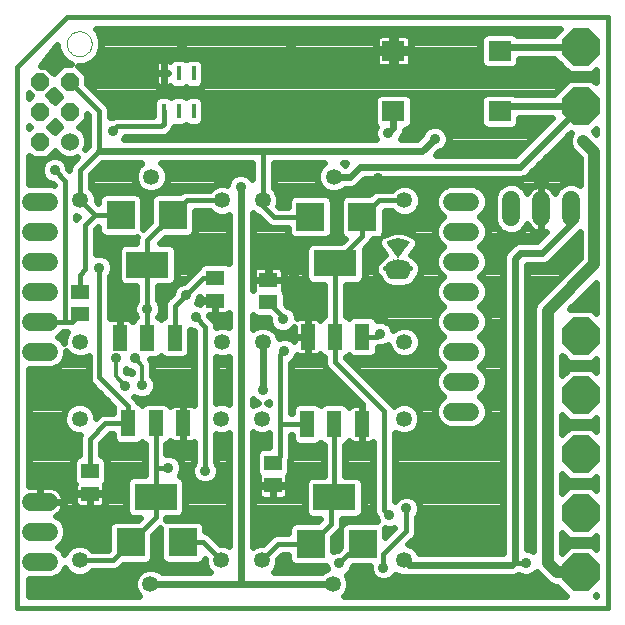
<source format=gbl>
G75*
%MOIN*%
%OFA0B0*%
%FSLAX24Y24*%
%IPPOS*%
%LPD*%
%AMOC8*
5,1,8,0,0,1.08239X$1,22.5*
%
%ADD10C,0.0160*%
%ADD11C,0.0000*%
%ADD12OC8,0.1250*%
%ADD13C,0.0531*%
%ADD14R,0.0480X0.0880*%
%ADD15R,0.1417X0.0866*%
%ADD16R,0.0160X0.0480*%
%ADD17R,0.0591X0.0512*%
%ADD18R,0.0945X0.0945*%
%ADD19R,0.0421X0.0004*%
%ADD20R,0.0465X0.0004*%
%ADD21R,0.0492X0.0004*%
%ADD22R,0.0516X0.0004*%
%ADD23R,0.0531X0.0004*%
%ADD24R,0.0547X0.0004*%
%ADD25R,0.0563X0.0004*%
%ADD26R,0.0575X0.0004*%
%ADD27R,0.0587X0.0004*%
%ADD28R,0.0598X0.0004*%
%ADD29R,0.0610X0.0004*%
%ADD30R,0.0618X0.0004*%
%ADD31R,0.0626X0.0004*%
%ADD32R,0.0638X0.0004*%
%ADD33R,0.0646X0.0004*%
%ADD34R,0.0650X0.0004*%
%ADD35R,0.0657X0.0004*%
%ADD36R,0.0665X0.0004*%
%ADD37R,0.0673X0.0004*%
%ADD38R,0.0677X0.0004*%
%ADD39R,0.0685X0.0004*%
%ADD40R,0.0689X0.0004*%
%ADD41R,0.0693X0.0004*%
%ADD42R,0.0701X0.0004*%
%ADD43R,0.0705X0.0004*%
%ADD44R,0.0709X0.0004*%
%ADD45R,0.0717X0.0004*%
%ADD46R,0.0720X0.0004*%
%ADD47R,0.0724X0.0004*%
%ADD48R,0.0728X0.0004*%
%ADD49R,0.0732X0.0004*%
%ADD50R,0.0736X0.0004*%
%ADD51R,0.0740X0.0004*%
%ADD52R,0.0744X0.0004*%
%ADD53R,0.0748X0.0004*%
%ADD54R,0.0752X0.0004*%
%ADD55R,0.0756X0.0004*%
%ADD56R,0.0760X0.0004*%
%ADD57R,0.0764X0.0004*%
%ADD58R,0.0768X0.0004*%
%ADD59R,0.0772X0.0004*%
%ADD60R,0.0776X0.0004*%
%ADD61R,0.0780X0.0004*%
%ADD62R,0.0783X0.0004*%
%ADD63R,0.0787X0.0004*%
%ADD64R,0.0791X0.0004*%
%ADD65R,0.0795X0.0004*%
%ADD66R,0.0799X0.0004*%
%ADD67R,0.0803X0.0004*%
%ADD68R,0.0807X0.0004*%
%ADD69R,0.0811X0.0004*%
%ADD70R,0.0815X0.0004*%
%ADD71R,0.0819X0.0004*%
%ADD72R,0.0823X0.0004*%
%ADD73R,0.0827X0.0004*%
%ADD74R,0.0831X0.0004*%
%ADD75R,0.0835X0.0004*%
%ADD76R,0.0839X0.0004*%
%ADD77R,0.0909X0.0004*%
%ADD78R,0.0937X0.0004*%
%ADD79R,0.0953X0.0004*%
%ADD80R,0.0961X0.0004*%
%ADD81R,0.0969X0.0004*%
%ADD82R,0.0976X0.0004*%
%ADD83R,0.0980X0.0004*%
%ADD84R,0.0984X0.0004*%
%ADD85R,0.0965X0.0004*%
%ADD86R,0.0957X0.0004*%
%ADD87R,0.0945X0.0004*%
%ADD88R,0.0921X0.0004*%
%ADD89R,0.0232X0.0004*%
%ADD90R,0.0555X0.0004*%
%ADD91R,0.0224X0.0004*%
%ADD92R,0.0543X0.0004*%
%ADD93R,0.0539X0.0004*%
%ADD94R,0.0220X0.0004*%
%ADD95R,0.0535X0.0004*%
%ADD96R,0.0528X0.0004*%
%ADD97R,0.0520X0.0004*%
%ADD98R,0.0512X0.0004*%
%ADD99R,0.0500X0.0004*%
%ADD100R,0.0488X0.0004*%
%ADD101R,0.0484X0.0004*%
%ADD102R,0.0476X0.0004*%
%ADD103R,0.0449X0.0004*%
%ADD104R,0.0370X0.0004*%
%ADD105R,0.0043X0.0004*%
%ADD106R,0.0228X0.0004*%
%ADD107R,0.0358X0.0004*%
%ADD108R,0.0350X0.0004*%
%ADD109R,0.0343X0.0004*%
%ADD110R,0.0331X0.0004*%
%ADD111R,0.0319X0.0004*%
%ADD112R,0.0311X0.0004*%
%ADD113R,0.0307X0.0004*%
%ADD114R,0.0303X0.0004*%
%ADD115R,0.0063X0.0004*%
%ADD116R,0.0130X0.0004*%
%ADD117R,0.0445X0.0004*%
%ADD118R,0.0437X0.0004*%
%ADD119R,0.0433X0.0004*%
%ADD120R,0.0362X0.0004*%
%ADD121R,0.0047X0.0004*%
%ADD122R,0.0354X0.0004*%
%ADD123R,0.0031X0.0004*%
%ADD124R,0.0346X0.0004*%
%ADD125R,0.0339X0.0004*%
%ADD126R,0.0055X0.0004*%
%ADD127R,0.0177X0.0004*%
%ADD128R,0.0035X0.0004*%
%ADD129R,0.0161X0.0004*%
%ADD130R,0.0051X0.0004*%
%ADD131R,0.0142X0.0004*%
%ADD132R,0.0118X0.0004*%
%ADD133R,0.0091X0.0004*%
%ADD134R,0.0024X0.0004*%
%ADD135R,0.0020X0.0004*%
%ADD136R,0.0008X0.0004*%
%ADD137R,0.0004X0.0004*%
%ADD138R,0.0012X0.0004*%
%ADD139R,0.0028X0.0004*%
%ADD140R,0.0059X0.0004*%
%ADD141R,0.0067X0.0004*%
%ADD142R,0.0075X0.0004*%
%ADD143R,0.0083X0.0004*%
%ADD144R,0.0098X0.0004*%
%ADD145R,0.0106X0.0004*%
%ADD146R,0.0114X0.0004*%
%ADD147R,0.0122X0.0004*%
%ADD148R,0.0138X0.0004*%
%ADD149R,0.0146X0.0004*%
%ADD150R,0.0154X0.0004*%
%ADD151R,0.0165X0.0004*%
%ADD152R,0.0169X0.0004*%
%ADD153R,0.0185X0.0004*%
%ADD154R,0.0189X0.0004*%
%ADD155R,0.0193X0.0004*%
%ADD156R,0.0201X0.0004*%
%ADD157R,0.0209X0.0004*%
%ADD158R,0.0213X0.0004*%
%ADD159R,0.0217X0.0004*%
%ADD160R,0.0236X0.0004*%
%ADD161R,0.0240X0.0004*%
%ADD162R,0.0248X0.0004*%
%ADD163R,0.0256X0.0004*%
%ADD164R,0.0264X0.0004*%
%ADD165R,0.0272X0.0004*%
%ADD166R,0.0280X0.0004*%
%ADD167R,0.0287X0.0004*%
%ADD168R,0.0295X0.0004*%
%ADD169R,0.0299X0.0004*%
%ADD170R,0.0126X0.0004*%
%ADD171R,0.0157X0.0004*%
%ADD172R,0.0134X0.0004*%
%ADD173R,0.0173X0.0004*%
%ADD174R,0.0366X0.0004*%
%ADD175R,0.0374X0.0004*%
%ADD176R,0.0382X0.0004*%
%ADD177R,0.0390X0.0004*%
%ADD178R,0.0394X0.0004*%
%ADD179R,0.0398X0.0004*%
%ADD180R,0.0406X0.0004*%
%ADD181R,0.0409X0.0004*%
%ADD182R,0.0417X0.0004*%
%ADD183R,0.0429X0.0004*%
%ADD184R,0.0441X0.0004*%
%ADD185R,0.0453X0.0004*%
%ADD186R,0.0457X0.0004*%
%ADD187R,0.0469X0.0004*%
%ADD188R,0.0480X0.0004*%
%ADD189R,0.0504X0.0004*%
%ADD190R,0.0508X0.0004*%
%ADD191R,0.0551X0.0004*%
%ADD192R,0.0567X0.0004*%
%ADD193R,0.0579X0.0004*%
%ADD194R,0.0413X0.0004*%
%ADD195R,0.0425X0.0004*%
%ADD196R,0.0181X0.0004*%
%ADD197R,0.0634X0.0004*%
%ADD198R,0.0654X0.0004*%
%ADD199R,0.0661X0.0004*%
%ADD200R,0.0669X0.0004*%
%ADD201R,0.0697X0.0004*%
%ADD202R,0.0244X0.0004*%
%ADD203R,0.0252X0.0004*%
%ADD204R,0.0461X0.0004*%
%ADD205R,0.0094X0.0004*%
%ADD206R,0.0622X0.0004*%
%ADD207R,0.0102X0.0004*%
%ADD208R,0.0630X0.0004*%
%ADD209R,0.0614X0.0004*%
%ADD210R,0.0583X0.0004*%
%ADD211R,0.0327X0.0004*%
%ADD212R,0.0748X0.0669*%
%ADD213C,0.0591*%
%ADD214C,0.0600*%
%ADD215OC8,0.0600*%
%ADD216C,0.0600*%
%ADD217C,0.0240*%
%ADD218C,0.0356*%
%ADD219C,0.0400*%
%ADD220C,0.0120*%
D10*
X002027Y000180D02*
X021712Y000180D01*
X021712Y019865D01*
X003681Y019865D01*
X002027Y018211D01*
X002027Y000180D01*
X004102Y001759D02*
X005201Y001759D01*
X005807Y002365D01*
X006634Y003192D01*
X006634Y003881D01*
X006634Y004845D01*
X007067Y004845D01*
X006634Y004845D02*
X006634Y006321D01*
X005724Y006322D02*
X005724Y006321D01*
X005724Y006897D01*
X004764Y007857D01*
X004764Y011519D01*
X004291Y011460D02*
X004114Y011282D01*
X004114Y010711D01*
X004114Y009963D02*
X003866Y009715D01*
X003681Y009715D01*
X003622Y009774D01*
X003622Y014412D01*
X003268Y014767D01*
X004126Y014778D02*
X004744Y015397D01*
X004744Y016749D01*
X003777Y017715D01*
X005354Y016223D02*
X005216Y016086D01*
X005354Y016223D02*
X006831Y016223D01*
X006901Y016294D01*
X006901Y016735D01*
X004126Y014778D02*
X004126Y013759D01*
X004614Y013271D01*
X004291Y012948D01*
X004291Y011460D01*
X004614Y013271D02*
X005472Y013271D01*
X006358Y012424D02*
X007205Y013271D01*
X007693Y013759D01*
X008850Y013759D01*
X010209Y013759D02*
X010209Y013574D01*
X010590Y013192D01*
X011772Y013192D01*
X011791Y013211D01*
X010216Y013767D02*
X010209Y013759D01*
X010216Y013767D02*
X010216Y015397D01*
X013524Y013211D02*
X013524Y012561D01*
X012618Y011656D01*
X012618Y009216D01*
X012618Y008369D01*
X014252Y006735D01*
X014252Y003448D01*
X014429Y003271D01*
X015000Y003487D02*
X015000Y002739D01*
X014232Y001971D01*
X014232Y001519D01*
X013543Y002306D02*
X013405Y002306D01*
X012756Y001656D01*
X011811Y002306D02*
X010732Y002306D01*
X010185Y001759D01*
X008827Y001759D02*
X008220Y002365D01*
X007539Y002365D01*
X008287Y004747D02*
X008287Y009550D01*
X007972Y009865D01*
X007268Y010224D02*
X007638Y010593D01*
X008209Y011164D01*
X008622Y011164D01*
X007268Y010224D02*
X007268Y009176D01*
X006358Y009176D02*
X006338Y009157D01*
X006358Y009176D02*
X006358Y010141D01*
X006358Y011617D01*
X006358Y012424D01*
X003681Y009715D02*
X002777Y009715D01*
X004961Y006322D02*
X005724Y006322D01*
X004961Y006322D02*
X004449Y005810D01*
X004449Y004727D01*
X010551Y005003D02*
X010787Y005239D01*
X010787Y006282D01*
X010807Y006302D01*
X011688Y006302D01*
X010787Y006282D02*
X010787Y008605D01*
X010925Y008743D01*
X010886Y009806D02*
X010886Y009865D01*
X010394Y010357D01*
X013528Y009216D02*
X014016Y009216D01*
X014114Y009314D01*
X012598Y006302D02*
X012598Y003861D01*
X012737Y003723D01*
X012598Y003802D02*
X012598Y003861D01*
X012598Y003802D02*
X012480Y003684D01*
X012480Y002975D01*
X011811Y002306D01*
X018622Y001715D02*
X018661Y001676D01*
X018996Y001676D01*
X013524Y013211D02*
X014071Y013759D01*
X014933Y013759D01*
D11*
X003681Y018979D02*
X003683Y019019D01*
X003689Y019060D01*
X003699Y019099D01*
X003712Y019137D01*
X003730Y019174D01*
X003751Y019208D01*
X003775Y019241D01*
X003802Y019271D01*
X003832Y019298D01*
X003865Y019322D01*
X003899Y019343D01*
X003936Y019361D01*
X003974Y019374D01*
X004013Y019384D01*
X004054Y019390D01*
X004094Y019392D01*
X004134Y019390D01*
X004175Y019384D01*
X004214Y019374D01*
X004252Y019361D01*
X004289Y019343D01*
X004323Y019322D01*
X004356Y019298D01*
X004386Y019271D01*
X004413Y019241D01*
X004437Y019208D01*
X004458Y019174D01*
X004476Y019137D01*
X004489Y019099D01*
X004499Y019060D01*
X004505Y019019D01*
X004507Y018979D01*
X004505Y018939D01*
X004499Y018898D01*
X004489Y018859D01*
X004476Y018821D01*
X004458Y018784D01*
X004437Y018750D01*
X004413Y018717D01*
X004386Y018687D01*
X004356Y018660D01*
X004323Y018636D01*
X004289Y018615D01*
X004252Y018597D01*
X004214Y018584D01*
X004175Y018574D01*
X004134Y018568D01*
X004094Y018566D01*
X004054Y018568D01*
X004013Y018574D01*
X003974Y018584D01*
X003936Y018597D01*
X003899Y018615D01*
X003865Y018636D01*
X003832Y018660D01*
X003802Y018687D01*
X003775Y018717D01*
X003751Y018750D01*
X003730Y018784D01*
X003712Y018821D01*
X003699Y018859D01*
X003689Y018898D01*
X003683Y018939D01*
X003681Y018979D01*
D12*
X020807Y018881D03*
X020807Y016912D03*
X020807Y009235D03*
X020807Y007267D03*
X020807Y005298D03*
X020807Y003330D03*
X020807Y001361D03*
D13*
X014909Y001759D03*
X012547Y000971D03*
X010185Y001759D03*
X008827Y001759D03*
X006464Y000971D03*
X004102Y001759D03*
X004102Y006483D03*
X004126Y009034D03*
X008850Y009034D03*
X010209Y009034D03*
X010185Y006483D03*
X008827Y006483D03*
X014909Y006483D03*
X014933Y009034D03*
X014933Y013759D03*
X012571Y014546D03*
X010209Y013759D03*
X008850Y013759D03*
X006488Y014546D03*
X004126Y013759D03*
D14*
X005448Y009176D03*
X006358Y009176D03*
X007268Y009176D03*
X007544Y006321D03*
X006634Y006321D03*
X005724Y006321D03*
X011688Y006302D03*
X012598Y006302D03*
X013508Y006302D03*
X013528Y009216D03*
X012618Y009216D03*
X011708Y009216D03*
D15*
X012618Y011656D03*
X006358Y011617D03*
X006634Y003881D03*
X012598Y003861D03*
D16*
X007901Y016735D03*
X007401Y016735D03*
X006901Y016735D03*
X006901Y017995D03*
X007401Y017995D03*
X007901Y017995D03*
D17*
X008622Y011164D03*
X008622Y010416D03*
X010394Y010357D03*
X010394Y011105D03*
X004114Y010711D03*
X004114Y009963D03*
X004449Y004727D03*
X004449Y003979D03*
X010551Y004255D03*
X010551Y005003D03*
D18*
X011811Y002306D03*
X013543Y002306D03*
X007539Y002365D03*
X005807Y002365D03*
X011791Y013211D03*
X013524Y013211D03*
X007205Y013271D03*
X005472Y013271D03*
D19*
X014724Y012109D03*
X014724Y011133D03*
D20*
X014726Y011137D03*
X014604Y011649D03*
X014722Y012137D03*
D21*
X014724Y012156D03*
X014724Y012408D03*
X014724Y011141D03*
D22*
X014724Y011145D03*
X014724Y012172D03*
X014724Y012404D03*
D23*
X014724Y012400D03*
X014724Y012184D03*
X014724Y011149D03*
D24*
X014724Y011152D03*
X014602Y011601D03*
X014724Y012397D03*
D25*
X014724Y012204D03*
X014724Y011156D03*
D26*
X014726Y011160D03*
X014722Y012211D03*
D27*
X014724Y011164D03*
D28*
X014726Y011168D03*
X014722Y012385D03*
D29*
X014724Y011172D03*
D30*
X014724Y011176D03*
X014661Y012326D03*
D31*
X014657Y012334D03*
X014657Y012337D03*
X014665Y012345D03*
X014724Y012247D03*
X014724Y011180D03*
D32*
X014726Y011184D03*
X014722Y012255D03*
D33*
X014722Y012259D03*
X014722Y012373D03*
X014726Y011188D03*
D34*
X014724Y011192D03*
X014724Y012263D03*
D35*
X014724Y011196D03*
D36*
X014724Y011200D03*
D37*
X014724Y011204D03*
X014724Y012278D03*
X014724Y012365D03*
D38*
X014722Y012282D03*
X014726Y011208D03*
D39*
X014726Y011211D03*
X014722Y012286D03*
D40*
X014724Y011215D03*
D41*
X014726Y011219D03*
X014722Y012290D03*
D42*
X014726Y011223D03*
D43*
X014724Y011227D03*
D44*
X014726Y011231D03*
D45*
X014726Y011235D03*
D46*
X014724Y011239D03*
D47*
X014726Y011243D03*
X014722Y012314D03*
D48*
X014724Y011247D03*
D49*
X014726Y011251D03*
D50*
X014724Y011255D03*
D51*
X014726Y011259D03*
D52*
X014724Y011263D03*
D53*
X014726Y011267D03*
D54*
X014724Y011271D03*
D55*
X014726Y011274D03*
X014726Y011278D03*
D56*
X014724Y011282D03*
D57*
X014726Y011286D03*
D58*
X014724Y011290D03*
D59*
X014726Y011294D03*
X014726Y011298D03*
D60*
X014724Y011302D03*
D61*
X014726Y011306D03*
D62*
X014724Y011310D03*
X014724Y011314D03*
D63*
X014726Y011318D03*
D64*
X014724Y011322D03*
X014724Y011326D03*
X014724Y011593D03*
D65*
X014722Y011589D03*
X014726Y011334D03*
X014726Y011330D03*
D66*
X014724Y011337D03*
X014724Y011582D03*
X014724Y011586D03*
D67*
X014722Y011578D03*
X014722Y011574D03*
X014726Y011345D03*
X014726Y011341D03*
D68*
X014724Y011349D03*
X014724Y011353D03*
X014724Y011562D03*
X014724Y011566D03*
X014724Y011570D03*
D69*
X014726Y011361D03*
X014726Y011357D03*
D70*
X014724Y011365D03*
D71*
X014726Y011369D03*
X014726Y011373D03*
X014726Y011377D03*
D72*
X014724Y011381D03*
X014724Y011385D03*
D73*
X014726Y011389D03*
X014726Y011393D03*
D74*
X014724Y011397D03*
X014724Y011400D03*
D75*
X014726Y011404D03*
X014726Y011408D03*
D76*
X014724Y011412D03*
X014724Y011416D03*
D77*
X014724Y011420D03*
D78*
X014722Y011424D03*
D79*
X014722Y011428D03*
D80*
X014722Y011432D03*
D81*
X014722Y011436D03*
X014722Y011515D03*
D82*
X014722Y011511D03*
X014722Y011507D03*
X014722Y011444D03*
X014722Y011440D03*
D83*
X014724Y011448D03*
X014724Y011503D03*
D84*
X014722Y011499D03*
X014722Y011495D03*
X014722Y011491D03*
X014722Y011487D03*
X014722Y011483D03*
X014722Y011479D03*
X014722Y011475D03*
X014722Y011471D03*
X014722Y011467D03*
X014722Y011463D03*
X014722Y011460D03*
X014722Y011456D03*
X014722Y011452D03*
D85*
X014724Y011519D03*
D86*
X014724Y011523D03*
D87*
X014722Y011526D03*
D88*
X014722Y011530D03*
D89*
X014945Y011676D03*
X014957Y011668D03*
X014961Y011664D03*
X015004Y011597D03*
X014724Y011979D03*
X014496Y012361D03*
D90*
X014724Y012200D03*
X014606Y011597D03*
D91*
X014921Y011688D03*
X014972Y011656D03*
X014976Y011652D03*
X014980Y011649D03*
X014984Y011645D03*
X014988Y011637D03*
X014992Y011633D03*
X014996Y011625D03*
X015000Y011617D03*
X015004Y011609D03*
X015004Y011605D03*
X015004Y011601D03*
X014724Y011975D03*
X014724Y012448D03*
D92*
X014722Y012192D03*
X014604Y011605D03*
D93*
X014602Y011609D03*
X014724Y012188D03*
D94*
X014986Y011641D03*
X014994Y011629D03*
X014998Y011621D03*
X015002Y011613D03*
D95*
X014604Y011613D03*
D96*
X014604Y011617D03*
X014604Y011621D03*
X014722Y012180D03*
D97*
X014722Y012176D03*
X014604Y011625D03*
D98*
X014604Y011629D03*
D99*
X014602Y011633D03*
X014724Y012160D03*
D100*
X014722Y012152D03*
X014600Y011637D03*
D101*
X014602Y011641D03*
D102*
X014602Y011645D03*
X014724Y012145D03*
X014724Y012412D03*
D103*
X014844Y012361D03*
X014848Y012357D03*
X014604Y011652D03*
D104*
X014640Y011656D03*
X014722Y012074D03*
D105*
X014724Y011853D03*
X014602Y011747D03*
X014413Y011656D03*
D106*
X014931Y011684D03*
X014939Y011680D03*
X014951Y011672D03*
X014966Y011660D03*
D107*
X014638Y011660D03*
X014724Y012432D03*
D108*
X014638Y011664D03*
D109*
X014634Y011668D03*
D110*
X014632Y011672D03*
D111*
X014630Y011676D03*
D112*
X014626Y011680D03*
D113*
X014628Y011684D03*
X014636Y011692D03*
D114*
X014630Y011688D03*
D115*
X014608Y011735D03*
X014986Y011692D03*
D116*
X014866Y011692D03*
X014724Y011912D03*
X014622Y012050D03*
D117*
X014724Y012125D03*
X014709Y011700D03*
X014709Y011696D03*
D118*
X014709Y011704D03*
D119*
X014711Y011708D03*
X014722Y012117D03*
D120*
X014746Y011711D03*
D121*
X014730Y011755D03*
X014604Y011743D03*
X014525Y011711D03*
D122*
X014746Y011715D03*
X014746Y011719D03*
D123*
X014726Y011845D03*
X014600Y011751D03*
X014522Y011715D03*
D124*
X014746Y011723D03*
X014746Y011727D03*
D125*
X014746Y011731D03*
D126*
X014884Y011735D03*
D127*
X014740Y011735D03*
X014724Y011944D03*
X014811Y012062D03*
X014724Y012452D03*
D128*
X014724Y011849D03*
X014890Y011739D03*
D129*
X014740Y011739D03*
X014724Y011932D03*
X014795Y012030D03*
X014803Y012038D03*
X014807Y012046D03*
X014512Y012219D03*
X014508Y012223D03*
X014504Y012227D03*
X014504Y012231D03*
D130*
X014724Y011861D03*
X014724Y011857D03*
X014606Y011739D03*
D131*
X014738Y011743D03*
X014620Y012058D03*
X014620Y012062D03*
D132*
X014734Y011747D03*
D133*
X014732Y011751D03*
X014724Y011885D03*
D134*
X014600Y011755D03*
D135*
X014598Y011759D03*
X014724Y011837D03*
D136*
X014596Y011763D03*
D137*
X014724Y011826D03*
D138*
X014724Y011830D03*
X014724Y011834D03*
D139*
X014724Y011841D03*
D140*
X014724Y011865D03*
D141*
X014724Y011869D03*
D142*
X014724Y011873D03*
X014724Y011877D03*
D143*
X014724Y011881D03*
D144*
X014724Y011889D03*
X014724Y011893D03*
X015051Y012334D03*
D145*
X014724Y012456D03*
X014724Y011897D03*
D146*
X014724Y011900D03*
D147*
X014724Y011904D03*
X014724Y011908D03*
X014630Y012034D03*
D148*
X014724Y011916D03*
D149*
X014724Y011920D03*
X014724Y011924D03*
D150*
X014724Y011928D03*
X014622Y012066D03*
D151*
X014722Y011936D03*
X014809Y012050D03*
X014502Y012235D03*
D152*
X014724Y011940D03*
X014811Y012054D03*
D153*
X014724Y011948D03*
D154*
X014722Y011952D03*
X014809Y012066D03*
D155*
X014724Y011956D03*
D156*
X014724Y011960D03*
D157*
X014724Y011963D03*
D158*
X014722Y011967D03*
D159*
X014724Y011971D03*
D160*
X014722Y011983D03*
X014490Y012357D03*
D161*
X014724Y011987D03*
X014953Y012298D03*
X014957Y012302D03*
D162*
X014724Y011991D03*
D163*
X014724Y011995D03*
X014724Y011999D03*
X014484Y012349D03*
D164*
X014724Y012444D03*
X014724Y012003D03*
D165*
X014724Y012007D03*
D166*
X014724Y012011D03*
X014724Y012015D03*
D167*
X014724Y012019D03*
D168*
X014724Y012023D03*
X014724Y012440D03*
D169*
X014722Y012026D03*
D170*
X014636Y012030D03*
X014628Y012038D03*
X014624Y012042D03*
X014624Y012046D03*
D171*
X014801Y012034D03*
X014805Y012042D03*
D172*
X014620Y012054D03*
D173*
X014809Y012058D03*
X014502Y012239D03*
D174*
X014724Y012070D03*
D175*
X014724Y012078D03*
D176*
X014724Y012082D03*
X014724Y012428D03*
D177*
X014724Y012086D03*
D178*
X014722Y012089D03*
D179*
X014724Y012093D03*
D180*
X014724Y012097D03*
X014815Y012223D03*
X014819Y012227D03*
X014724Y012424D03*
D181*
X014821Y012231D03*
X014813Y012219D03*
X014722Y012101D03*
D182*
X014722Y012105D03*
X014821Y012239D03*
D183*
X014724Y012113D03*
X014724Y012420D03*
D184*
X014722Y012121D03*
D185*
X014724Y012129D03*
X014598Y012298D03*
X014594Y012302D03*
X014724Y012416D03*
D186*
X014852Y012353D03*
X014722Y012133D03*
X014592Y012306D03*
D187*
X014724Y012141D03*
X014854Y012349D03*
D188*
X014722Y012149D03*
D189*
X014722Y012164D03*
D190*
X014724Y012168D03*
D191*
X014722Y012196D03*
D192*
X014722Y012208D03*
X014722Y012393D03*
D193*
X014724Y012215D03*
D194*
X014823Y012235D03*
D195*
X014821Y012243D03*
D196*
X014502Y012243D03*
D197*
X014724Y012251D03*
D198*
X014722Y012267D03*
D199*
X014722Y012271D03*
X014722Y012369D03*
D200*
X014722Y012274D03*
D201*
X014724Y012294D03*
D202*
X014959Y012306D03*
X014486Y012353D03*
D203*
X014959Y012310D03*
D204*
X014594Y012310D03*
D205*
X015041Y012318D03*
X015045Y012322D03*
X015049Y012326D03*
X015049Y012330D03*
D206*
X014667Y012318D03*
X014663Y012322D03*
X014659Y012330D03*
D207*
X015045Y012345D03*
X015049Y012341D03*
X015053Y012337D03*
D208*
X014722Y012377D03*
X014659Y012341D03*
D209*
X014722Y012381D03*
D210*
X014722Y012389D03*
D211*
X014724Y012436D03*
D212*
X014567Y016735D03*
X014567Y018743D03*
X018110Y018743D03*
X018110Y016735D03*
D213*
X018488Y013782D02*
X018488Y013192D01*
X019488Y013192D02*
X019488Y013782D01*
X020488Y013782D02*
X020488Y013192D01*
D214*
X003777Y015715D03*
D215*
X002777Y015715D03*
X002777Y016715D03*
X003777Y016715D03*
X003777Y017715D03*
X002777Y017715D03*
D216*
X003077Y013715D02*
X002477Y013715D01*
X002477Y012715D02*
X003077Y012715D01*
X003077Y011715D02*
X002477Y011715D01*
X002477Y010715D02*
X003077Y010715D01*
X003077Y009715D02*
X002477Y009715D01*
X002477Y008715D02*
X003077Y008715D01*
X003077Y003715D02*
X002477Y003715D01*
X002477Y002715D02*
X003077Y002715D01*
X003077Y001715D02*
X002477Y001715D01*
X016531Y006715D02*
X017131Y006715D01*
X017131Y007715D02*
X016531Y007715D01*
X016531Y008715D02*
X017131Y008715D01*
X017131Y009715D02*
X016531Y009715D01*
X016531Y010715D02*
X017131Y010715D01*
X017131Y011715D02*
X016531Y011715D01*
X016531Y012715D02*
X017131Y012715D01*
X017131Y013715D02*
X016531Y013715D01*
D217*
X016128Y013298D02*
X015244Y013298D01*
X015242Y013296D02*
X015396Y013450D01*
X015479Y013650D01*
X015479Y013867D01*
X015396Y014068D01*
X015242Y014221D01*
X015042Y014304D01*
X014824Y014304D01*
X014624Y014221D01*
X014521Y014119D01*
X013999Y014119D01*
X013867Y014064D01*
X013767Y013964D01*
X012995Y013964D01*
X012892Y013921D01*
X012814Y013843D01*
X012771Y013740D01*
X012771Y012683D01*
X012814Y012580D01*
X012892Y012502D01*
X012936Y012483D01*
X012822Y012369D01*
X011854Y012369D01*
X011751Y012326D01*
X011672Y012248D01*
X011629Y012145D01*
X011629Y011167D01*
X011672Y011064D01*
X011751Y010986D01*
X011854Y010943D01*
X012258Y010943D01*
X012258Y009909D01*
X012219Y009893D01*
X012141Y009814D01*
X012128Y009784D01*
X012124Y009791D01*
X012083Y009832D01*
X012033Y009861D01*
X011977Y009876D01*
X011708Y009876D01*
X011439Y009876D01*
X011383Y009861D01*
X011344Y009838D01*
X011344Y009897D01*
X011274Y010065D01*
X011145Y010194D01*
X011009Y010251D01*
X010969Y010291D01*
X010969Y010669D01*
X010926Y010772D01*
X010902Y010796D01*
X010909Y010820D01*
X010909Y011097D01*
X010402Y011097D01*
X010402Y011113D01*
X010909Y011113D01*
X010909Y011390D01*
X010894Y011446D01*
X010865Y011496D01*
X010824Y011537D01*
X010774Y011566D01*
X010718Y011581D01*
X010402Y011581D01*
X010402Y011113D01*
X010386Y011113D01*
X010386Y011581D01*
X010069Y011581D01*
X010013Y011566D01*
X009963Y011537D01*
X009922Y011496D01*
X009893Y011446D01*
X009878Y011390D01*
X009878Y011113D01*
X010386Y011113D01*
X010386Y011097D01*
X009878Y011097D01*
X009878Y010820D01*
X009885Y010796D01*
X009868Y010779D01*
X009868Y013327D01*
X009899Y013296D01*
X010032Y013241D01*
X010285Y012988D01*
X010387Y012887D01*
X010519Y012832D01*
X011039Y012832D01*
X011039Y012683D01*
X011081Y012580D01*
X011160Y012502D01*
X011263Y012459D01*
X012319Y012459D01*
X012422Y012502D01*
X012501Y012580D01*
X012544Y012683D01*
X012544Y013740D01*
X012501Y013843D01*
X012422Y013921D01*
X012319Y013964D01*
X011263Y013964D01*
X011160Y013921D01*
X011081Y013843D01*
X011039Y013740D01*
X011039Y013552D01*
X010740Y013552D01*
X010721Y013570D01*
X010754Y013650D01*
X010754Y013867D01*
X010671Y014068D01*
X010576Y014163D01*
X010576Y014997D01*
X012249Y014997D01*
X012108Y014855D01*
X012025Y014655D01*
X012025Y014438D01*
X012108Y014237D01*
X012262Y014083D01*
X012462Y014000D01*
X012679Y014000D01*
X012880Y014083D01*
X012943Y014146D01*
X013186Y014146D01*
X013333Y014207D01*
X013610Y014485D01*
X018859Y014485D01*
X019006Y014546D01*
X020468Y016007D01*
X020483Y016007D01*
X020479Y016003D01*
X020406Y015827D01*
X020406Y015636D01*
X020479Y015459D01*
X020780Y015158D01*
X020780Y014284D01*
X020603Y014358D01*
X020374Y014358D01*
X020162Y014270D01*
X020000Y014108D01*
X019956Y014000D01*
X019929Y014052D01*
X019881Y014118D01*
X019824Y014175D01*
X019758Y014223D01*
X019686Y014260D01*
X019609Y014285D01*
X019529Y014298D01*
X019488Y014298D01*
X019448Y014298D01*
X019367Y014285D01*
X019290Y014260D01*
X019218Y014223D01*
X019152Y014175D01*
X019095Y014118D01*
X019047Y014052D01*
X019021Y014000D01*
X018976Y014108D01*
X018814Y014270D01*
X018603Y014358D01*
X018374Y014358D01*
X018162Y014270D01*
X018000Y014108D01*
X017913Y013897D01*
X017913Y013077D01*
X018000Y012866D01*
X018162Y012704D01*
X018374Y012617D01*
X018603Y012617D01*
X018814Y012704D01*
X018976Y012866D01*
X019021Y012974D01*
X019047Y012922D01*
X019095Y012856D01*
X019152Y012799D01*
X019218Y012751D01*
X019290Y012714D01*
X019367Y012689D01*
X019448Y012677D01*
X019488Y012677D01*
X019488Y013487D01*
X019488Y013487D01*
X019488Y012677D01*
X019529Y012677D01*
X019609Y012689D01*
X019655Y012704D01*
X019342Y012391D01*
X018720Y012391D01*
X018573Y012330D01*
X018460Y012218D01*
X018395Y012153D01*
X018283Y012040D01*
X018222Y011893D01*
X018222Y001997D01*
X015401Y001997D01*
X015372Y002068D01*
X015218Y002221D01*
X015058Y002288D01*
X015204Y002434D01*
X015305Y002535D01*
X015360Y002667D01*
X015360Y003199D01*
X015388Y003228D01*
X015458Y003396D01*
X015458Y003578D01*
X015388Y003747D01*
X015259Y003875D01*
X015091Y003945D01*
X014909Y003945D01*
X014740Y003875D01*
X014612Y003747D01*
X014612Y006016D01*
X014801Y005937D01*
X015018Y005937D01*
X015218Y006020D01*
X015372Y006174D01*
X015455Y006375D01*
X015455Y006592D01*
X015372Y006792D01*
X015218Y006946D01*
X015018Y007029D01*
X014801Y007029D01*
X014600Y006946D01*
X014568Y006913D01*
X014557Y006939D01*
X014456Y007040D01*
X012978Y008518D01*
X012978Y008523D01*
X013017Y008538D01*
X013073Y008595D01*
X013129Y008538D01*
X013232Y008496D01*
X013824Y008496D01*
X013926Y008538D01*
X014005Y008617D01*
X014048Y008720D01*
X014048Y008856D01*
X014205Y008856D01*
X014374Y008925D01*
X014387Y008939D01*
X014387Y008926D01*
X014470Y008725D01*
X014624Y008572D01*
X014824Y008489D01*
X015042Y008489D01*
X015242Y008572D01*
X015396Y008725D01*
X015479Y008926D01*
X015479Y009143D01*
X015396Y009343D01*
X015242Y009497D01*
X015042Y009580D01*
X014824Y009580D01*
X014624Y009497D01*
X014560Y009434D01*
X014502Y009573D01*
X014374Y009702D01*
X014205Y009772D01*
X014023Y009772D01*
X014023Y009772D01*
X014005Y009814D01*
X013926Y009893D01*
X013824Y009936D01*
X013232Y009936D01*
X013129Y009893D01*
X013073Y009837D01*
X013017Y009893D01*
X012978Y009909D01*
X012978Y010943D01*
X013382Y010943D01*
X013485Y010986D01*
X013564Y011064D01*
X013607Y011167D01*
X013607Y012136D01*
X013829Y012358D01*
X013871Y012459D01*
X014052Y012459D01*
X014097Y012478D01*
X014064Y012399D01*
X014064Y012276D01*
X014107Y012173D01*
X014112Y012168D01*
X014115Y012161D01*
X014124Y012152D01*
X014127Y012145D01*
X014136Y012136D01*
X014139Y012130D01*
X014148Y012121D01*
X014150Y012114D01*
X014159Y012105D01*
X013607Y012105D01*
X013607Y011867D02*
X014188Y011867D01*
X014205Y011884D02*
X014127Y011805D01*
X014123Y011801D01*
X014119Y011797D01*
X014115Y011793D01*
X014111Y011789D01*
X014107Y011785D01*
X014103Y011782D01*
X014100Y011775D01*
X014099Y011774D01*
X014095Y011770D01*
X014094Y011767D01*
X014091Y011766D01*
X014013Y011687D01*
X014009Y011683D01*
X014005Y011679D01*
X014001Y011675D01*
X013997Y011671D01*
X013954Y011568D01*
X013954Y011566D01*
X013950Y011557D01*
X013950Y011394D01*
X013954Y011384D01*
X013954Y011382D01*
X013997Y011279D01*
X014072Y011204D01*
X014111Y011110D01*
X014112Y011109D01*
X014115Y011102D01*
X014116Y011101D01*
X014119Y011094D01*
X014120Y011093D01*
X014123Y011086D01*
X014124Y011085D01*
X014127Y011078D01*
X014132Y011073D01*
X014135Y011067D01*
X014140Y011062D01*
X014142Y011055D01*
X014148Y011050D01*
X014150Y011043D01*
X014229Y010964D01*
X014233Y010960D01*
X014237Y010956D01*
X014241Y010952D01*
X014245Y010949D01*
X014249Y010945D01*
X014253Y010941D01*
X014257Y010937D01*
X014261Y010933D01*
X014267Y010930D01*
X014268Y010929D01*
X014272Y010925D01*
X014279Y010922D01*
X014280Y010921D01*
X014284Y010917D01*
X014291Y010914D01*
X014292Y010913D01*
X014299Y010910D01*
X014300Y010909D01*
X014307Y010906D01*
X014308Y010905D01*
X014411Y010863D01*
X014413Y010863D01*
X014423Y010859D01*
X014429Y010859D01*
X014438Y010855D01*
X014448Y010855D01*
X014458Y010851D01*
X014991Y010851D01*
X015000Y010855D01*
X015014Y010855D01*
X015024Y010859D01*
X015026Y010859D01*
X015036Y010863D01*
X015038Y010863D01*
X015141Y010905D01*
X015142Y010906D01*
X015149Y010909D01*
X015150Y010910D01*
X015157Y010913D01*
X015158Y010914D01*
X015164Y010917D01*
X015166Y010918D01*
X015172Y010921D01*
X015176Y010925D01*
X015177Y010926D01*
X015184Y010929D01*
X015188Y010933D01*
X015192Y010937D01*
X015196Y010941D01*
X015197Y010942D01*
X015204Y010945D01*
X015208Y010949D01*
X015286Y011027D01*
X015289Y011034D01*
X015306Y011051D01*
X015309Y011058D01*
X015314Y011063D01*
X015317Y011069D01*
X015322Y011075D01*
X015325Y011081D01*
X015326Y011082D01*
X015329Y011089D01*
X015330Y011090D01*
X015333Y011097D01*
X015334Y011098D01*
X015337Y011105D01*
X015338Y011106D01*
X015340Y011113D01*
X015342Y011114D01*
X015383Y011215D01*
X015448Y011279D01*
X015451Y011286D01*
X015452Y011287D01*
X015494Y011390D01*
X015494Y011560D01*
X015452Y011663D01*
X015451Y011665D01*
X015448Y011671D01*
X015447Y011672D01*
X015444Y011679D01*
X015440Y011683D01*
X015361Y011762D01*
X015356Y011764D01*
X015353Y011770D01*
X015352Y011771D01*
X015349Y011778D01*
X015348Y011779D01*
X015346Y011785D01*
X015344Y011787D01*
X015342Y011793D01*
X015338Y011797D01*
X015337Y011798D01*
X015334Y011805D01*
X015330Y011809D01*
X015326Y011813D01*
X015322Y011817D01*
X015243Y011896D01*
X015231Y011908D01*
X015225Y011910D01*
X015220Y011915D01*
X015213Y011918D01*
X015212Y011919D01*
X015205Y011922D01*
X015204Y011923D01*
X015165Y011939D01*
X015167Y011943D01*
X015176Y011952D01*
X015179Y011959D01*
X015188Y011968D01*
X015191Y011975D01*
X015200Y011984D01*
X015203Y011991D01*
X015212Y012000D01*
X015214Y012006D01*
X015220Y012012D01*
X015222Y012018D01*
X015231Y012027D01*
X015234Y012034D01*
X015243Y012043D01*
X015246Y012050D01*
X015255Y012059D01*
X015258Y012066D01*
X015267Y012075D01*
X015270Y012081D01*
X015279Y012090D01*
X015281Y012097D01*
X015286Y012102D01*
X015289Y012109D01*
X015298Y012118D01*
X015301Y012125D01*
X015310Y012134D01*
X015313Y012140D01*
X015322Y012149D01*
X015325Y012156D01*
X015334Y012165D01*
X015337Y012172D01*
X015342Y012177D01*
X015384Y012280D01*
X015384Y012395D01*
X015342Y012498D01*
X015338Y012502D01*
X015334Y012506D01*
X015255Y012585D01*
X015248Y012587D01*
X015247Y012589D01*
X015240Y012591D01*
X015239Y012593D01*
X015232Y012595D01*
X015227Y012600D01*
X015221Y012603D01*
X015220Y012604D01*
X015213Y012607D01*
X015212Y012608D01*
X015205Y012611D01*
X015204Y012612D01*
X015197Y012615D01*
X015196Y012616D01*
X015189Y012619D01*
X015188Y012620D01*
X015181Y012623D01*
X015180Y012624D01*
X015173Y012627D01*
X015172Y012628D01*
X015166Y012631D01*
X015164Y012632D01*
X015158Y012635D01*
X015157Y012636D01*
X015150Y012639D01*
X015149Y012640D01*
X015142Y012643D01*
X015141Y012644D01*
X015038Y012686D01*
X015037Y012686D01*
X015018Y012694D01*
X015016Y012694D01*
X015006Y012698D01*
X015004Y012698D01*
X014995Y012702D01*
X014992Y012702D01*
X014983Y012706D01*
X014980Y012706D01*
X014971Y012710D01*
X014969Y012710D01*
X014959Y012714D01*
X014953Y012714D01*
X014943Y012718D01*
X014937Y012718D01*
X014928Y012722D01*
X014921Y012722D01*
X014912Y012726D01*
X014902Y012726D01*
X014892Y012730D01*
X014878Y012730D01*
X014869Y012734D01*
X014843Y012734D01*
X014833Y012738D01*
X014615Y012738D01*
X014606Y012734D01*
X014580Y012734D01*
X014571Y012730D01*
X014556Y012730D01*
X014547Y012726D01*
X014537Y012726D01*
X014527Y012722D01*
X014521Y012722D01*
X014511Y012718D01*
X014505Y012718D01*
X014496Y012714D01*
X014489Y012714D01*
X014480Y012710D01*
X014478Y012710D01*
X014468Y012706D01*
X014466Y012706D01*
X014456Y012702D01*
X014454Y012702D01*
X014445Y012698D01*
X014442Y012698D01*
X014433Y012694D01*
X014430Y012694D01*
X014411Y012686D01*
X014308Y012644D01*
X014307Y012643D01*
X014280Y012632D01*
X014279Y012631D01*
X014272Y012628D01*
X014271Y012627D01*
X014265Y012624D01*
X014263Y012623D01*
X014257Y012620D01*
X014255Y012619D01*
X014249Y012616D01*
X014248Y012615D01*
X014276Y012683D01*
X014276Y013399D01*
X014521Y013399D01*
X014624Y013296D01*
X014824Y013213D01*
X015042Y013213D01*
X015242Y013296D01*
X015431Y013536D02*
X015977Y013536D01*
X015951Y013600D02*
X016039Y013387D01*
X016202Y013224D01*
X016222Y013215D01*
X016202Y013207D01*
X016039Y013044D01*
X015951Y012831D01*
X015951Y012600D01*
X016039Y012387D01*
X016202Y012224D01*
X016222Y012215D01*
X016202Y012207D01*
X016039Y012044D01*
X015951Y011831D01*
X015951Y011600D01*
X016039Y011387D01*
X016202Y011224D01*
X016222Y011215D01*
X016202Y011207D01*
X016039Y011044D01*
X015951Y010831D01*
X015951Y010600D01*
X016039Y010387D01*
X016202Y010224D01*
X016222Y010215D01*
X016202Y010207D01*
X016039Y010044D01*
X015951Y009831D01*
X015951Y009600D01*
X016039Y009387D01*
X016202Y009224D01*
X016222Y009215D01*
X016202Y009207D01*
X016039Y009044D01*
X015951Y008831D01*
X015951Y008600D01*
X016039Y008387D01*
X016202Y008224D01*
X016222Y008215D01*
X016202Y008207D01*
X016039Y008044D01*
X015951Y007831D01*
X015951Y007600D01*
X016039Y007387D01*
X016202Y007224D01*
X016222Y007215D01*
X016202Y007207D01*
X016039Y007044D01*
X015951Y006831D01*
X015951Y006600D01*
X016039Y006387D01*
X016202Y006224D01*
X016415Y006135D01*
X017246Y006135D01*
X017459Y006224D01*
X017622Y006387D01*
X017711Y006600D01*
X017711Y006831D01*
X017622Y007044D01*
X017459Y007207D01*
X017439Y007215D01*
X017459Y007224D01*
X017622Y007387D01*
X017711Y007600D01*
X017711Y007831D01*
X017622Y008044D01*
X017459Y008207D01*
X017439Y008215D01*
X017459Y008224D01*
X017622Y008387D01*
X017711Y008600D01*
X017711Y008831D01*
X017622Y009044D01*
X017459Y009207D01*
X017439Y009215D01*
X017459Y009224D01*
X017622Y009387D01*
X017711Y009600D01*
X017711Y009831D01*
X017622Y010044D01*
X017459Y010207D01*
X017439Y010215D01*
X017459Y010224D01*
X017622Y010387D01*
X017711Y010600D01*
X017711Y010831D01*
X017622Y011044D01*
X017459Y011207D01*
X017439Y011215D01*
X017459Y011224D01*
X017622Y011387D01*
X017711Y011600D01*
X017711Y011831D01*
X017622Y012044D01*
X017459Y012207D01*
X017439Y012215D01*
X017459Y012224D01*
X017622Y012387D01*
X017711Y012600D01*
X017711Y012831D01*
X017622Y013044D01*
X017459Y013207D01*
X017439Y013215D01*
X017459Y013224D01*
X017622Y013387D01*
X017711Y013600D01*
X017711Y013831D01*
X017622Y014044D01*
X017459Y014207D01*
X017246Y014295D01*
X016415Y014295D01*
X016202Y014207D01*
X016039Y014044D01*
X015951Y013831D01*
X015951Y013600D01*
X015951Y013775D02*
X015479Y013775D01*
X015418Y014013D02*
X016026Y014013D01*
X016309Y014252D02*
X015169Y014252D01*
X014697Y014252D02*
X013377Y014252D01*
X013106Y014546D02*
X013445Y014885D01*
X018779Y014885D01*
X020807Y016912D01*
X018287Y016912D01*
X018110Y016735D01*
X017456Y016637D02*
X015221Y016637D01*
X015221Y016398D02*
X017456Y016398D01*
X017456Y016345D02*
X017499Y016242D01*
X017578Y016163D01*
X017680Y016120D01*
X018540Y016120D01*
X018643Y016163D01*
X018722Y016242D01*
X018764Y016345D01*
X018764Y016512D01*
X019841Y016512D01*
X018614Y015285D01*
X015985Y015285D01*
X016064Y015363D01*
X016204Y015422D01*
X016333Y015550D01*
X016403Y015719D01*
X016403Y015901D01*
X016333Y016069D01*
X016204Y016198D01*
X016036Y016268D01*
X015854Y016268D01*
X015685Y016198D01*
X015556Y016069D01*
X015498Y015929D01*
X015366Y015797D01*
X014807Y015797D01*
X014836Y015868D01*
X014906Y015938D01*
X014967Y016085D01*
X014967Y016120D01*
X014997Y016120D01*
X015099Y016163D01*
X015178Y016242D01*
X015221Y016345D01*
X015221Y017125D01*
X015178Y017228D01*
X015099Y017307D01*
X014997Y017350D01*
X014137Y017350D01*
X014034Y017307D01*
X013955Y017228D01*
X013913Y017125D01*
X013913Y016345D01*
X013955Y016242D01*
X013986Y016211D01*
X013932Y016078D01*
X013932Y015896D01*
X013973Y015797D01*
X005575Y015797D01*
X005605Y015826D01*
X005620Y015863D01*
X006902Y015863D01*
X007035Y015918D01*
X007105Y015989D01*
X007207Y016090D01*
X007259Y016218D01*
X007266Y016215D01*
X007537Y016215D01*
X007640Y016258D01*
X007651Y016269D01*
X007663Y016258D01*
X007766Y016215D01*
X008037Y016215D01*
X008140Y016258D01*
X008219Y016336D01*
X008261Y016439D01*
X008261Y017031D01*
X008219Y017134D01*
X008140Y017212D01*
X008037Y017255D01*
X007766Y017255D01*
X007663Y017212D01*
X007651Y017201D01*
X007640Y017212D01*
X007537Y017255D01*
X007266Y017255D01*
X007163Y017212D01*
X007151Y017201D01*
X007140Y017212D01*
X007037Y017255D01*
X006766Y017255D01*
X006663Y017212D01*
X006584Y017134D01*
X006541Y017031D01*
X006541Y016583D01*
X005283Y016583D01*
X005187Y016544D01*
X005125Y016544D01*
X005104Y016535D01*
X005104Y016821D01*
X005049Y016953D01*
X004357Y017645D01*
X004357Y017956D01*
X004067Y018246D01*
X004240Y018246D01*
X004510Y018357D01*
X004716Y018564D01*
X004828Y018833D01*
X004828Y019125D01*
X004716Y019395D01*
X004646Y019465D01*
X020111Y019465D01*
X019927Y019281D01*
X018677Y019281D01*
X018643Y019315D01*
X018540Y019358D01*
X017680Y019358D01*
X017578Y019315D01*
X017499Y019236D01*
X017456Y019133D01*
X017456Y018353D01*
X017499Y018250D01*
X017578Y018171D01*
X017680Y018128D01*
X018540Y018128D01*
X018643Y018171D01*
X018722Y018250D01*
X018764Y018353D01*
X018764Y018481D01*
X019927Y018481D01*
X020432Y017976D01*
X021182Y017976D01*
X021312Y018106D01*
X021312Y017687D01*
X021182Y017817D01*
X020432Y017817D01*
X019927Y017312D01*
X018630Y017312D01*
X018540Y017350D01*
X017680Y017350D01*
X017578Y017307D01*
X017499Y017228D01*
X017456Y017125D01*
X017456Y016345D01*
X017586Y016160D02*
X016243Y016160D01*
X016395Y015921D02*
X019250Y015921D01*
X019012Y015683D02*
X016388Y015683D01*
X016227Y015444D02*
X018773Y015444D01*
X019427Y014967D02*
X020780Y014967D01*
X020780Y014729D02*
X019189Y014729D01*
X018872Y014490D02*
X020780Y014490D01*
X020144Y014252D02*
X019702Y014252D01*
X019488Y014252D02*
X019488Y014252D01*
X019488Y014298D02*
X019488Y013487D01*
X019488Y013487D01*
X019488Y014298D01*
X019274Y014252D02*
X018832Y014252D01*
X019015Y014013D02*
X019027Y014013D01*
X019488Y014013D02*
X019488Y014013D01*
X019488Y013775D02*
X019488Y013775D01*
X019488Y013536D02*
X019488Y013536D01*
X019488Y013298D02*
X019488Y013298D01*
X019488Y013059D02*
X019488Y013059D01*
X019488Y012821D02*
X019488Y012821D01*
X019533Y012582D02*
X017703Y012582D01*
X017711Y012821D02*
X018046Y012821D01*
X017920Y013059D02*
X017607Y013059D01*
X017533Y013298D02*
X017913Y013298D01*
X017913Y013536D02*
X017684Y013536D01*
X017711Y013775D02*
X017913Y013775D01*
X017961Y014013D02*
X017635Y014013D01*
X017352Y014252D02*
X018144Y014252D01*
X018930Y012821D02*
X019131Y012821D01*
X018605Y012344D02*
X017579Y012344D01*
X017561Y012105D02*
X018347Y012105D01*
X018395Y012153D02*
X018395Y012153D01*
X018222Y011867D02*
X017696Y011867D01*
X017711Y011628D02*
X018222Y011628D01*
X018222Y011390D02*
X017623Y011390D01*
X017515Y011151D02*
X018222Y011151D01*
X018222Y010913D02*
X017677Y010913D01*
X017711Y010674D02*
X018222Y010674D01*
X018222Y010436D02*
X017642Y010436D01*
X017469Y010197D02*
X018222Y010197D01*
X018222Y009959D02*
X017658Y009959D01*
X017711Y009720D02*
X018222Y009720D01*
X018222Y009482D02*
X017662Y009482D01*
X017478Y009243D02*
X018222Y009243D01*
X018222Y009005D02*
X017639Y009005D01*
X017711Y008766D02*
X018222Y008766D01*
X018222Y008528D02*
X017681Y008528D01*
X017524Y008289D02*
X018222Y008289D01*
X018222Y008051D02*
X017616Y008051D01*
X017711Y007812D02*
X018222Y007812D01*
X018222Y007574D02*
X017700Y007574D01*
X017570Y007335D02*
X018222Y007335D01*
X018222Y007097D02*
X017570Y007097D01*
X017699Y006858D02*
X018222Y006858D01*
X018222Y006620D02*
X017711Y006620D01*
X017616Y006381D02*
X018222Y006381D01*
X018222Y006143D02*
X017263Y006143D01*
X016398Y006143D02*
X015341Y006143D01*
X015455Y006381D02*
X016045Y006381D01*
X015951Y006620D02*
X015444Y006620D01*
X015306Y006858D02*
X015962Y006858D01*
X016091Y007097D02*
X014400Y007097D01*
X014161Y007335D02*
X016091Y007335D01*
X015962Y007574D02*
X013923Y007574D01*
X013684Y007812D02*
X015951Y007812D01*
X016045Y008051D02*
X013446Y008051D01*
X013207Y008289D02*
X016137Y008289D01*
X015981Y008528D02*
X015136Y008528D01*
X015413Y008766D02*
X015951Y008766D01*
X016023Y009005D02*
X015479Y009005D01*
X015437Y009243D02*
X016183Y009243D01*
X016000Y009482D02*
X015258Y009482D01*
X014608Y009482D02*
X014540Y009482D01*
X014331Y009720D02*
X015951Y009720D01*
X016004Y009959D02*
X012978Y009959D01*
X012978Y010197D02*
X016192Y010197D01*
X016019Y010436D02*
X012978Y010436D01*
X012978Y010674D02*
X015951Y010674D01*
X015984Y010913D02*
X015155Y010913D01*
X015357Y011151D02*
X016146Y011151D01*
X016038Y011390D02*
X015494Y011390D01*
X015467Y011628D02*
X015951Y011628D01*
X015965Y011867D02*
X015272Y011867D01*
X015243Y011896D02*
X015243Y011896D01*
X015288Y012105D02*
X016100Y012105D01*
X016082Y012344D02*
X015384Y012344D01*
X015258Y012582D02*
X015958Y012582D01*
X015951Y012821D02*
X014276Y012821D01*
X014411Y012686D02*
X014411Y012686D01*
X014276Y013059D02*
X016054Y013059D01*
X014622Y013298D02*
X014276Y013298D01*
X013816Y014013D02*
X012710Y014013D01*
X012786Y013775D02*
X012529Y013775D01*
X012544Y013536D02*
X012771Y013536D01*
X012771Y013298D02*
X012544Y013298D01*
X012544Y013059D02*
X012771Y013059D01*
X012771Y012821D02*
X012544Y012821D01*
X012502Y012582D02*
X012813Y012582D01*
X013815Y012344D02*
X014064Y012344D01*
X014159Y012105D02*
X014162Y012098D01*
X014171Y012089D01*
X014174Y012082D01*
X014183Y012073D01*
X014186Y012067D01*
X014195Y012058D01*
X014198Y012051D01*
X014207Y012042D01*
X014209Y012035D01*
X014218Y012026D01*
X014221Y012019D01*
X014230Y012010D01*
X014233Y012004D01*
X014238Y011999D01*
X014241Y011992D01*
X014250Y011983D01*
X014253Y011976D01*
X014262Y011967D01*
X014264Y011960D01*
X014274Y011951D01*
X014276Y011945D01*
X014285Y011936D01*
X014288Y011929D01*
X014295Y011922D01*
X014221Y011892D01*
X014220Y011891D01*
X014213Y011888D01*
X014212Y011887D01*
X014205Y011884D01*
X013979Y011628D02*
X013607Y011628D01*
X013607Y011390D02*
X013952Y011390D01*
X014094Y011151D02*
X013600Y011151D01*
X012978Y010913D02*
X014294Y010913D01*
X012258Y010913D02*
X010909Y010913D01*
X010909Y011151D02*
X011636Y011151D01*
X011629Y011390D02*
X010909Y011390D01*
X010402Y011390D02*
X010386Y011390D01*
X010386Y011151D02*
X010402Y011151D01*
X009878Y011151D02*
X009868Y011151D01*
X009868Y010913D02*
X009878Y010913D01*
X009868Y011390D02*
X009878Y011390D01*
X009868Y011628D02*
X011629Y011628D01*
X011629Y011867D02*
X009868Y011867D01*
X009868Y012105D02*
X011629Y012105D01*
X011792Y012344D02*
X009868Y012344D01*
X009868Y012582D02*
X011081Y012582D01*
X011039Y012821D02*
X009868Y012821D01*
X009868Y013059D02*
X010214Y013059D01*
X009898Y013298D02*
X009868Y013298D01*
X009068Y013258D02*
X008959Y013213D01*
X008742Y013213D01*
X008541Y013296D01*
X008438Y013399D01*
X007957Y013399D01*
X007957Y012742D01*
X007914Y012640D01*
X007836Y012561D01*
X007733Y012518D01*
X006961Y012518D01*
X006773Y012330D01*
X007123Y012330D01*
X007225Y012287D01*
X007304Y012208D01*
X007347Y012105D01*
X009068Y012105D01*
X009068Y011867D02*
X007347Y011867D01*
X007347Y012105D02*
X007347Y011128D01*
X007304Y011025D01*
X007225Y010946D01*
X007123Y010904D01*
X006718Y010904D01*
X006718Y010428D01*
X006747Y010400D01*
X006816Y010232D01*
X006816Y010050D01*
X006747Y009881D01*
X006730Y009865D01*
X006757Y009854D01*
X006813Y009797D01*
X006869Y009854D01*
X006908Y009870D01*
X006908Y010295D01*
X006963Y010428D01*
X007064Y010529D01*
X007180Y010644D01*
X007180Y010685D01*
X007249Y010853D01*
X007378Y010982D01*
X007547Y011051D01*
X007587Y011051D01*
X008005Y011469D01*
X008052Y011489D01*
X008089Y011579D01*
X008168Y011658D01*
X008271Y011700D01*
X008973Y011700D01*
X009068Y011661D01*
X009068Y013258D01*
X009068Y013059D02*
X007957Y013059D01*
X007957Y013298D02*
X008540Y013298D01*
X009068Y012821D02*
X007957Y012821D01*
X007857Y012582D02*
X009068Y012582D01*
X009068Y012344D02*
X006787Y012344D01*
X006245Y012821D02*
X006225Y012821D01*
X006225Y012800D02*
X006225Y013799D01*
X006182Y013902D01*
X006103Y013980D01*
X006000Y014023D01*
X004944Y014023D01*
X004841Y013980D01*
X004763Y013902D01*
X004720Y013799D01*
X004720Y013674D01*
X004672Y013722D01*
X004672Y013867D01*
X004589Y014068D01*
X004486Y014171D01*
X004486Y014629D01*
X004853Y014997D01*
X006167Y014997D01*
X006025Y014855D01*
X005942Y014655D01*
X005942Y014438D01*
X006025Y014237D01*
X006179Y014083D01*
X006380Y014000D01*
X006597Y014000D01*
X006797Y014083D01*
X006951Y014237D01*
X007034Y014438D01*
X007034Y014655D01*
X006951Y014855D01*
X006809Y014997D01*
X009856Y014997D01*
X009856Y014475D01*
X009728Y014604D01*
X009560Y014674D01*
X009377Y014674D01*
X009209Y014604D01*
X009080Y014475D01*
X009010Y014307D01*
X009010Y014283D01*
X008959Y014304D01*
X008742Y014304D01*
X008541Y014221D01*
X008438Y014119D01*
X007621Y014119D01*
X007489Y014064D01*
X007448Y014023D01*
X006676Y014023D01*
X006574Y013980D01*
X006495Y013902D01*
X006452Y013799D01*
X006452Y013027D01*
X006225Y012800D01*
X006009Y012522D02*
X005998Y012496D01*
X005998Y012330D01*
X005594Y012330D01*
X005491Y012287D01*
X005412Y012208D01*
X005370Y012105D01*
X004651Y012105D01*
X004673Y011977D02*
X004651Y011968D01*
X004651Y012799D01*
X004720Y012867D01*
X004720Y012742D01*
X004763Y012640D01*
X004841Y012561D01*
X004944Y012518D01*
X006000Y012518D01*
X006009Y012522D01*
X005998Y012344D02*
X004651Y012344D01*
X004651Y012582D02*
X004820Y012582D01*
X004720Y012821D02*
X004673Y012821D01*
X004047Y013213D02*
X003986Y013152D01*
X003982Y013142D01*
X003982Y013228D01*
X004017Y013213D01*
X004047Y013213D01*
X004672Y013775D02*
X004720Y013775D01*
X004611Y014013D02*
X004920Y014013D01*
X004486Y014252D02*
X006019Y014252D01*
X006025Y014013D02*
X006349Y014013D01*
X006452Y013775D02*
X006225Y013775D01*
X006225Y013536D02*
X006452Y013536D01*
X006452Y013298D02*
X006225Y013298D01*
X006225Y013059D02*
X006452Y013059D01*
X006627Y014013D02*
X006652Y014013D01*
X006957Y014252D02*
X008614Y014252D01*
X009095Y014490D02*
X007034Y014490D01*
X007003Y014729D02*
X009856Y014729D01*
X009856Y014967D02*
X006839Y014967D01*
X006137Y014967D02*
X004824Y014967D01*
X004585Y014729D02*
X005973Y014729D01*
X005942Y014490D02*
X004486Y014490D01*
X003766Y014777D02*
X003726Y014818D01*
X003726Y014858D01*
X003656Y015026D01*
X003527Y015155D01*
X003359Y015225D01*
X003176Y015225D01*
X003058Y015176D01*
X003281Y015399D01*
X003286Y015387D01*
X003449Y015224D01*
X003662Y015135D01*
X003893Y015135D01*
X004031Y015193D01*
X003821Y014982D01*
X003766Y014850D01*
X003766Y014777D01*
X003814Y014967D02*
X003680Y014967D01*
X003493Y015206D02*
X003405Y015206D01*
X003130Y015206D02*
X003088Y015206D01*
X002989Y015135D02*
X002879Y015026D01*
X002810Y014858D01*
X002810Y014675D01*
X002879Y014507D01*
X003008Y014378D01*
X003176Y014309D01*
X003217Y014309D01*
X003256Y014269D01*
X003193Y014295D01*
X002427Y014295D01*
X002427Y015245D01*
X002537Y015135D01*
X002989Y015135D01*
X002855Y014967D02*
X002427Y014967D01*
X002427Y014729D02*
X002810Y014729D01*
X002896Y014490D02*
X002427Y014490D01*
X002427Y015206D02*
X002467Y015206D01*
X003281Y016032D02*
X003098Y016215D01*
X003277Y016395D01*
X003461Y016212D01*
X003449Y016207D01*
X003286Y016044D01*
X003281Y016032D01*
X003401Y016160D02*
X003154Y016160D01*
X002457Y016215D02*
X002427Y016186D01*
X002427Y016245D01*
X002457Y016215D01*
X003277Y017036D02*
X003055Y017258D01*
X003235Y017438D01*
X003457Y017215D01*
X003277Y017036D01*
X003200Y017114D02*
X003355Y017114D01*
X003321Y017352D02*
X003149Y017352D01*
X003235Y017993D02*
X002993Y018235D01*
X002826Y018235D01*
X003361Y018944D01*
X003361Y018833D01*
X003473Y018564D01*
X003679Y018357D01*
X003829Y018295D01*
X003537Y018295D01*
X003235Y017993D01*
X003161Y018068D02*
X003309Y018068D01*
X002879Y018306D02*
X003803Y018306D01*
X003492Y018545D02*
X003059Y018545D01*
X003240Y018783D02*
X003382Y018783D01*
X004246Y018068D02*
X006601Y018068D01*
X006601Y017995D02*
X006901Y017995D01*
X006601Y017995D01*
X006601Y017726D01*
X006616Y017670D01*
X006645Y017620D01*
X006686Y017579D01*
X006737Y017550D01*
X006793Y017535D01*
X006901Y017535D01*
X006901Y017995D01*
X006901Y017995D01*
X006901Y017995D01*
X006901Y018455D01*
X006793Y018455D01*
X006737Y018440D01*
X006686Y018411D01*
X006645Y018370D01*
X006616Y018320D01*
X006601Y018264D01*
X006601Y017995D01*
X006601Y017829D02*
X004357Y017829D01*
X004411Y017591D02*
X006675Y017591D01*
X006901Y017591D02*
X006901Y017591D01*
X006901Y017535D02*
X007010Y017535D01*
X007066Y017550D01*
X007107Y017573D01*
X007163Y017518D01*
X007266Y017475D01*
X007537Y017475D01*
X007640Y017518D01*
X007651Y017529D01*
X007663Y017518D01*
X007766Y017475D01*
X008037Y017475D01*
X008140Y017518D01*
X008219Y017596D01*
X008261Y017699D01*
X008261Y018291D01*
X008219Y018394D01*
X008140Y018472D01*
X008037Y018515D01*
X007766Y018515D01*
X007663Y018472D01*
X007651Y018461D01*
X007640Y018472D01*
X007537Y018515D01*
X007266Y018515D01*
X007163Y018472D01*
X007107Y018417D01*
X007066Y018440D01*
X007010Y018455D01*
X006901Y018455D01*
X006901Y017995D01*
X006901Y017995D01*
X006901Y017535D01*
X006901Y017829D02*
X006901Y017829D01*
X006901Y017995D02*
X007041Y017995D01*
X007041Y017995D01*
X006901Y017995D01*
X006901Y017995D01*
X006901Y018068D02*
X006901Y018068D01*
X006901Y018306D02*
X006901Y018306D01*
X006613Y018306D02*
X004386Y018306D01*
X004697Y018545D02*
X013973Y018545D01*
X013973Y018696D02*
X013973Y018379D01*
X013988Y018323D01*
X014017Y018273D01*
X014058Y018232D01*
X014108Y018203D01*
X014164Y018188D01*
X014520Y018188D01*
X014520Y018696D01*
X014614Y018696D01*
X014614Y018790D01*
X015161Y018790D01*
X015161Y019107D01*
X015146Y019163D01*
X015117Y019213D01*
X015076Y019254D01*
X015026Y019283D01*
X014970Y019298D01*
X014614Y019298D01*
X014614Y018790D01*
X014520Y018790D01*
X014520Y019298D01*
X014164Y019298D01*
X014108Y019283D01*
X014058Y019254D01*
X014017Y019213D01*
X013988Y019163D01*
X013973Y019107D01*
X013973Y018790D01*
X014519Y018790D01*
X014519Y018696D01*
X013973Y018696D01*
X013973Y019022D02*
X004828Y019022D01*
X004807Y018783D02*
X014519Y018783D01*
X014614Y018783D02*
X017456Y018783D01*
X017456Y018545D02*
X015161Y018545D01*
X015161Y018696D02*
X015161Y018379D01*
X015146Y018323D01*
X015117Y018273D01*
X015076Y018232D01*
X015026Y018203D01*
X014970Y018188D01*
X014614Y018188D01*
X014614Y018696D01*
X015161Y018696D01*
X015161Y019022D02*
X017456Y019022D01*
X017523Y019260D02*
X015065Y019260D01*
X014614Y019260D02*
X014520Y019260D01*
X014520Y019022D02*
X014614Y019022D01*
X014614Y018545D02*
X014520Y018545D01*
X014520Y018306D02*
X014614Y018306D01*
X015136Y018306D02*
X017475Y018306D01*
X018110Y018743D02*
X018248Y018881D01*
X020807Y018881D01*
X020102Y018306D02*
X018745Y018306D01*
X019967Y017352D02*
X004650Y017352D01*
X004888Y017114D02*
X006576Y017114D01*
X006541Y016875D02*
X005081Y016875D01*
X005104Y016637D02*
X006541Y016637D01*
X007235Y016160D02*
X013965Y016160D01*
X013932Y015921D02*
X007037Y015921D01*
X008244Y016398D02*
X013913Y016398D01*
X013913Y016637D02*
X008261Y016637D01*
X008261Y016875D02*
X013913Y016875D01*
X013913Y017114D02*
X008227Y017114D01*
X008213Y017591D02*
X020205Y017591D01*
X020340Y018068D02*
X008261Y018068D01*
X008261Y017829D02*
X021312Y017829D01*
X021312Y018068D02*
X021274Y018068D01*
X019727Y016398D02*
X018764Y016398D01*
X018634Y016160D02*
X019489Y016160D01*
X020143Y015683D02*
X020406Y015683D01*
X020381Y015921D02*
X020445Y015921D01*
X020494Y015444D02*
X019904Y015444D01*
X019666Y015206D02*
X020733Y015206D01*
X021312Y015983D02*
X021235Y016061D01*
X021312Y016138D01*
X021312Y015983D01*
X019961Y014013D02*
X019949Y014013D01*
X020488Y013487D02*
X020488Y012971D01*
X019508Y011991D01*
X018799Y011991D01*
X018622Y011814D01*
X018622Y001715D01*
X018504Y001597D01*
X015071Y001597D01*
X014909Y001759D01*
X014953Y001213D02*
X014991Y001197D01*
X018583Y001197D01*
X018730Y001258D01*
X018753Y001281D01*
X018905Y001218D01*
X019087Y001218D01*
X019255Y001288D01*
X019335Y001367D01*
X019433Y001269D01*
X019613Y001089D01*
X019748Y000954D01*
X019924Y000881D01*
X020007Y000881D01*
X020308Y000580D01*
X012928Y000580D01*
X013010Y000662D01*
X013093Y000863D01*
X013093Y001080D01*
X013015Y001268D01*
X013015Y001268D01*
X013144Y001397D01*
X013209Y001554D01*
X013774Y001554D01*
X013774Y001427D01*
X013844Y001259D01*
X013973Y001130D01*
X014141Y001060D01*
X014323Y001060D01*
X014492Y001130D01*
X014621Y001259D01*
X014631Y001283D01*
X014801Y001213D01*
X014953Y001213D01*
X014495Y001134D02*
X019568Y001134D01*
X019613Y001089D02*
X019613Y001089D01*
X019433Y001269D02*
X019433Y001269D01*
X019889Y000896D02*
X013093Y000896D01*
X013070Y001134D02*
X013969Y001134D01*
X013797Y001373D02*
X013120Y001373D01*
X012547Y000971D02*
X009409Y000971D01*
X009468Y001030D01*
X009468Y014215D01*
X009842Y014490D02*
X009856Y014490D01*
X010576Y014490D02*
X012025Y014490D01*
X012056Y014729D02*
X010576Y014729D01*
X010576Y014967D02*
X012220Y014967D01*
X012571Y014546D02*
X013106Y014546D01*
X012942Y014947D02*
X012892Y014997D01*
X012991Y014997D01*
X012942Y014947D01*
X012961Y014967D02*
X012922Y014967D01*
X012102Y014252D02*
X010576Y014252D01*
X010694Y014013D02*
X012432Y014013D01*
X011053Y013775D02*
X010754Y013775D01*
X010216Y015397D02*
X004744Y015397D01*
X004384Y015573D02*
X004365Y015527D01*
X004300Y015462D01*
X004357Y015600D01*
X004357Y015831D01*
X004269Y016044D01*
X004106Y016207D01*
X004094Y016212D01*
X004357Y016475D01*
X004357Y016626D01*
X004384Y016600D01*
X004384Y015573D01*
X004384Y015683D02*
X004357Y015683D01*
X004384Y015921D02*
X004320Y015921D01*
X004384Y016160D02*
X004154Y016160D01*
X004280Y016398D02*
X004384Y016398D01*
X002500Y017258D02*
X002427Y017186D01*
X002427Y017330D01*
X002500Y017258D01*
X004772Y019260D02*
X014069Y019260D01*
X013998Y018306D02*
X008255Y018306D01*
X010216Y015397D02*
X015531Y015397D01*
X015945Y015810D01*
X015647Y016160D02*
X015091Y016160D01*
X014889Y015921D02*
X015490Y015921D01*
X014567Y016164D02*
X014567Y016735D01*
X015221Y016875D02*
X017456Y016875D01*
X017456Y017114D02*
X015221Y017114D01*
X014567Y016164D02*
X014390Y015987D01*
X019022Y011591D02*
X019587Y011591D01*
X019734Y011652D01*
X020715Y012632D01*
X020767Y012685D01*
X020780Y012690D01*
X020780Y011836D01*
X019298Y010353D01*
X019225Y010177D01*
X019225Y002077D01*
X019087Y002134D01*
X019022Y002134D01*
X019022Y011591D01*
X019022Y011390D02*
X020334Y011390D01*
X020572Y011628D02*
X019677Y011628D01*
X019949Y011867D02*
X020780Y011867D01*
X020780Y012105D02*
X020187Y012105D01*
X020426Y012344D02*
X020780Y012344D01*
X020780Y012582D02*
X020664Y012582D01*
X020095Y011151D02*
X019022Y011151D01*
X019022Y010913D02*
X019857Y010913D01*
X019618Y010674D02*
X019022Y010674D01*
X019022Y010436D02*
X019380Y010436D01*
X019233Y010197D02*
X019022Y010197D01*
X019022Y009959D02*
X019225Y009959D01*
X019225Y009720D02*
X019022Y009720D01*
X019022Y009482D02*
X019225Y009482D01*
X019225Y009243D02*
X019022Y009243D01*
X019022Y009005D02*
X019225Y009005D01*
X019225Y008766D02*
X019022Y008766D01*
X019022Y008528D02*
X019225Y008528D01*
X019225Y008289D02*
X019022Y008289D01*
X019022Y008051D02*
X019225Y008051D01*
X019225Y007812D02*
X019022Y007812D01*
X019022Y007574D02*
X019225Y007574D01*
X019225Y007335D02*
X019022Y007335D01*
X019022Y007097D02*
X019225Y007097D01*
X019225Y006858D02*
X019022Y006858D01*
X019022Y006620D02*
X019225Y006620D01*
X019225Y006381D02*
X019022Y006381D01*
X019022Y006143D02*
X019225Y006143D01*
X019225Y005904D02*
X019022Y005904D01*
X019022Y005666D02*
X019225Y005666D01*
X019225Y005427D02*
X019022Y005427D01*
X019022Y005189D02*
X019225Y005189D01*
X019225Y004950D02*
X019022Y004950D01*
X019022Y004712D02*
X019225Y004712D01*
X019225Y004473D02*
X019022Y004473D01*
X019022Y004235D02*
X019225Y004235D01*
X019225Y003996D02*
X019022Y003996D01*
X019022Y003758D02*
X019225Y003758D01*
X019225Y003519D02*
X019022Y003519D01*
X019022Y003281D02*
X019225Y003281D01*
X019225Y003042D02*
X019022Y003042D01*
X019022Y002804D02*
X019225Y002804D01*
X019225Y002565D02*
X019022Y002565D01*
X019022Y002327D02*
X019225Y002327D01*
X019225Y002088D02*
X019199Y002088D01*
X018222Y002088D02*
X015352Y002088D01*
X015096Y002327D02*
X018222Y002327D01*
X018222Y002565D02*
X015317Y002565D01*
X015360Y002804D02*
X018222Y002804D01*
X018222Y003042D02*
X015360Y003042D01*
X015410Y003281D02*
X018222Y003281D01*
X018222Y003519D02*
X015458Y003519D01*
X015377Y003758D02*
X018222Y003758D01*
X018222Y003996D02*
X014612Y003996D01*
X014612Y003758D02*
X014622Y003758D01*
X014612Y004235D02*
X018222Y004235D01*
X018222Y004473D02*
X014612Y004473D01*
X014612Y004712D02*
X018222Y004712D01*
X018222Y004950D02*
X014612Y004950D01*
X014612Y005189D02*
X018222Y005189D01*
X018222Y005427D02*
X014612Y005427D01*
X014612Y005666D02*
X018222Y005666D01*
X018222Y005904D02*
X014612Y005904D01*
X013892Y005694D02*
X013892Y003376D01*
X013947Y003244D01*
X013971Y003220D01*
X013971Y003179D01*
X014021Y003058D01*
X013015Y003058D01*
X012912Y003016D01*
X012840Y002944D01*
X012840Y003148D01*
X013363Y003148D01*
X013466Y003191D01*
X013544Y003270D01*
X013587Y003373D01*
X013587Y004350D01*
X013544Y004453D01*
X013466Y004532D01*
X013363Y004575D01*
X012958Y004575D01*
X012958Y005608D01*
X012997Y005624D01*
X013076Y005703D01*
X013088Y005733D01*
X013092Y005727D01*
X013133Y005686D01*
X013183Y005657D01*
X013239Y005642D01*
X013508Y005642D01*
X013508Y006302D01*
X013508Y006962D01*
X013239Y006962D01*
X013183Y006947D01*
X013133Y006918D01*
X013092Y006877D01*
X013088Y006870D01*
X013076Y006900D01*
X012997Y006979D01*
X012894Y007022D01*
X012303Y007022D01*
X012200Y006979D01*
X012143Y006923D01*
X012087Y006979D01*
X011984Y007022D01*
X011393Y007022D01*
X011290Y006979D01*
X011211Y006900D01*
X011169Y006797D01*
X011169Y006662D01*
X011147Y006662D01*
X011147Y008339D01*
X011185Y008355D01*
X011313Y008483D01*
X011356Y008587D01*
X011383Y008571D01*
X011439Y008556D01*
X011708Y008556D01*
X011708Y009216D01*
X011708Y009876D01*
X011708Y009216D01*
X011708Y009216D01*
X011708Y009216D01*
X011248Y009216D01*
X011248Y009521D01*
X011145Y009418D01*
X010977Y009348D01*
X010795Y009348D01*
X010626Y009418D01*
X010497Y009546D01*
X010428Y009715D01*
X010428Y009814D01*
X010420Y009821D01*
X010043Y009821D01*
X009940Y009864D01*
X009868Y009935D01*
X009868Y009466D01*
X009899Y009497D01*
X010100Y009580D01*
X010317Y009580D01*
X010518Y009497D01*
X010671Y009343D01*
X010745Y009164D01*
X010834Y009201D01*
X011016Y009201D01*
X011185Y009131D01*
X011248Y009068D01*
X011248Y009216D01*
X011708Y009216D01*
X011708Y009216D01*
X011708Y008556D01*
X011977Y008556D01*
X012033Y008571D01*
X012083Y008600D01*
X012124Y008641D01*
X012128Y008648D01*
X012141Y008617D01*
X012219Y008538D01*
X012258Y008523D01*
X012258Y008297D01*
X012313Y008165D01*
X012414Y008064D01*
X013516Y006962D01*
X013508Y006962D01*
X013508Y006302D01*
X013508Y006302D01*
X013508Y006302D01*
X013508Y005642D01*
X013777Y005642D01*
X013833Y005657D01*
X013883Y005686D01*
X013892Y005694D01*
X013892Y005666D02*
X013848Y005666D01*
X013892Y005427D02*
X012958Y005427D01*
X013038Y005666D02*
X013168Y005666D01*
X013508Y005666D02*
X013508Y005666D01*
X013508Y005904D02*
X013508Y005904D01*
X013508Y006143D02*
X013508Y006143D01*
X013508Y006381D02*
X013508Y006381D01*
X013508Y006620D02*
X013508Y006620D01*
X013508Y006858D02*
X013508Y006858D01*
X013381Y007097D02*
X011147Y007097D01*
X011147Y007335D02*
X013143Y007335D01*
X012904Y007574D02*
X011147Y007574D01*
X011147Y007812D02*
X012666Y007812D01*
X012427Y008051D02*
X011147Y008051D01*
X011147Y008289D02*
X012261Y008289D01*
X012246Y008528D02*
X011332Y008528D01*
X011708Y008766D02*
X011708Y008766D01*
X011708Y009005D02*
X011708Y009005D01*
X011708Y009243D02*
X011708Y009243D01*
X011708Y009482D02*
X011708Y009482D01*
X011708Y009720D02*
X011708Y009720D01*
X011318Y009959D02*
X012258Y009959D01*
X012258Y010197D02*
X011139Y010197D01*
X010969Y010436D02*
X012258Y010436D01*
X012258Y010674D02*
X010967Y010674D01*
X010428Y009720D02*
X009868Y009720D01*
X009868Y009482D02*
X009884Y009482D01*
X010209Y009034D02*
X010216Y009026D01*
X010216Y007444D01*
X010049Y007017D02*
X009957Y007055D01*
X009868Y007144D01*
X009868Y006938D01*
X009876Y006946D01*
X010049Y007017D01*
X009916Y007097D02*
X009868Y007097D01*
X010353Y007004D02*
X010427Y006973D01*
X010427Y007035D01*
X010353Y007004D01*
X011147Y006858D02*
X011194Y006858D01*
X011169Y005942D02*
X011169Y005806D01*
X011211Y005703D01*
X011290Y005624D01*
X011393Y005582D01*
X011984Y005582D01*
X012087Y005624D01*
X012143Y005681D01*
X012200Y005624D01*
X012238Y005608D01*
X012238Y004575D01*
X011834Y004575D01*
X011731Y004532D01*
X011652Y004453D01*
X011610Y004350D01*
X011610Y003373D01*
X011652Y003270D01*
X011731Y003191D01*
X011834Y003148D01*
X012120Y003148D01*
X012120Y003124D01*
X012054Y003058D01*
X011283Y003058D01*
X011180Y003016D01*
X011101Y002937D01*
X011058Y002834D01*
X011058Y002666D01*
X010661Y002666D01*
X010528Y002611D01*
X010222Y002304D01*
X010076Y002304D01*
X009876Y002221D01*
X009868Y002214D01*
X009868Y006028D01*
X009876Y006020D01*
X010076Y005937D01*
X010293Y005937D01*
X010427Y005993D01*
X010427Y005539D01*
X010200Y005539D01*
X010097Y005496D01*
X010018Y005417D01*
X009976Y005314D01*
X009976Y004691D01*
X010018Y004588D01*
X010042Y004564D01*
X010036Y004540D01*
X010036Y004263D01*
X010543Y004263D01*
X010543Y004247D01*
X010036Y004247D01*
X010036Y003970D01*
X010051Y003914D01*
X010080Y003864D01*
X010121Y003823D01*
X010171Y003794D01*
X010227Y003779D01*
X010543Y003779D01*
X010543Y004247D01*
X010559Y004247D01*
X010559Y004263D01*
X011066Y004263D01*
X011066Y004540D01*
X011060Y004564D01*
X011084Y004588D01*
X011126Y004691D01*
X011126Y005117D01*
X011147Y005167D01*
X011147Y005942D01*
X011169Y005942D01*
X011169Y005904D02*
X011147Y005904D01*
X011147Y005666D02*
X011249Y005666D01*
X011147Y005427D02*
X012238Y005427D01*
X012159Y005666D02*
X012128Y005666D01*
X012238Y005189D02*
X011147Y005189D01*
X011126Y004950D02*
X012238Y004950D01*
X012238Y004712D02*
X011126Y004712D01*
X011066Y004473D02*
X011672Y004473D01*
X011610Y004235D02*
X011066Y004235D01*
X011066Y004247D02*
X011066Y003970D01*
X011051Y003914D01*
X011022Y003864D01*
X010981Y003823D01*
X010931Y003794D01*
X010875Y003779D01*
X010559Y003779D01*
X010559Y004247D01*
X011066Y004247D01*
X011066Y003996D02*
X011610Y003996D01*
X011610Y003758D02*
X009868Y003758D01*
X009868Y003996D02*
X010036Y003996D01*
X010036Y004235D02*
X009868Y004235D01*
X009868Y004473D02*
X010036Y004473D01*
X009976Y004712D02*
X009868Y004712D01*
X009868Y004950D02*
X009976Y004950D01*
X009976Y005189D02*
X009868Y005189D01*
X009868Y005427D02*
X010028Y005427D01*
X009868Y005666D02*
X010427Y005666D01*
X010427Y005904D02*
X009868Y005904D01*
X009068Y005904D02*
X008647Y005904D01*
X008647Y005967D02*
X008718Y005937D01*
X008935Y005937D01*
X009068Y005993D01*
X009068Y002249D01*
X008935Y002304D01*
X008790Y002304D01*
X008424Y002670D01*
X008292Y002725D01*
X008292Y002725D01*
X008292Y002893D01*
X008249Y002996D01*
X008170Y003075D01*
X008067Y003117D01*
X007011Y003117D01*
X006989Y003108D01*
X006994Y003120D01*
X006994Y003168D01*
X007398Y003168D01*
X007501Y003211D01*
X007580Y003290D01*
X007622Y003392D01*
X007622Y004370D01*
X007580Y004473D01*
X007501Y004552D01*
X007444Y004575D01*
X007455Y004586D01*
X007525Y004754D01*
X007525Y004936D01*
X007455Y005105D01*
X007326Y005234D01*
X007158Y005303D01*
X006994Y005303D01*
X006994Y005628D01*
X007032Y005644D01*
X007111Y005723D01*
X007124Y005753D01*
X007128Y005746D01*
X007169Y005705D01*
X007219Y005676D01*
X007275Y005661D01*
X007544Y005661D01*
X007813Y005661D01*
X007868Y005676D01*
X007919Y005705D01*
X007927Y005714D01*
X007927Y005035D01*
X007899Y005006D01*
X007829Y004838D01*
X007829Y004656D01*
X007899Y004487D01*
X008028Y004359D01*
X008196Y004289D01*
X008378Y004289D01*
X008547Y004359D01*
X008676Y004487D01*
X008745Y004656D01*
X008745Y004838D01*
X008676Y005006D01*
X008647Y005035D01*
X008647Y005967D01*
X008647Y005666D02*
X009068Y005666D01*
X009068Y005427D02*
X008647Y005427D01*
X008647Y005189D02*
X009068Y005189D01*
X009068Y004950D02*
X008699Y004950D01*
X008745Y004712D02*
X009068Y004712D01*
X009068Y004473D02*
X008661Y004473D01*
X009068Y004235D02*
X007622Y004235D01*
X007580Y004473D02*
X007913Y004473D01*
X007829Y004712D02*
X007507Y004712D01*
X007519Y004950D02*
X007876Y004950D01*
X007927Y005189D02*
X007372Y005189D01*
X006994Y005427D02*
X007927Y005427D01*
X007927Y005666D02*
X007828Y005666D01*
X007544Y005666D02*
X007544Y005666D01*
X007544Y005661D02*
X007544Y006321D01*
X007544Y006321D01*
X007544Y005661D01*
X007544Y005904D02*
X007544Y005904D01*
X007544Y006143D02*
X007544Y006143D01*
X007544Y006321D02*
X007544Y006981D01*
X007544Y006321D01*
X007544Y006321D01*
X007544Y006381D02*
X007544Y006381D01*
X007544Y006620D02*
X007544Y006620D01*
X007544Y006858D02*
X007544Y006858D01*
X007544Y006981D02*
X007813Y006981D01*
X007868Y006966D01*
X007919Y006937D01*
X007927Y006929D01*
X007927Y009401D01*
X007921Y009407D01*
X007881Y009407D01*
X007788Y009446D01*
X007788Y008681D01*
X007745Y008578D01*
X007667Y008499D01*
X007564Y008456D01*
X006972Y008456D01*
X006869Y008499D01*
X006813Y008555D01*
X006757Y008499D01*
X006654Y008456D01*
X006456Y008456D01*
X006469Y008443D01*
X006521Y008318D01*
X006521Y007909D01*
X006569Y007861D01*
X006639Y007692D01*
X006639Y007510D01*
X006569Y007342D01*
X006441Y007213D01*
X006272Y007143D01*
X006090Y007143D01*
X005922Y007213D01*
X005915Y007219D01*
X005913Y007217D01*
X005928Y007202D01*
X005928Y007202D01*
X006029Y007101D01*
X006061Y007024D01*
X006122Y006999D01*
X006179Y006942D01*
X006235Y006999D01*
X006338Y007041D01*
X006929Y007041D01*
X007032Y006999D01*
X007111Y006920D01*
X007124Y006890D01*
X007128Y006896D01*
X007169Y006937D01*
X007219Y006966D01*
X007275Y006981D01*
X007544Y006981D01*
X007927Y007097D02*
X006031Y007097D01*
X006563Y007335D02*
X007927Y007335D01*
X007927Y007574D02*
X006639Y007574D01*
X006590Y007812D02*
X007927Y007812D01*
X007927Y008051D02*
X006521Y008051D01*
X006521Y008289D02*
X007927Y008289D01*
X007927Y008528D02*
X007695Y008528D01*
X007788Y008766D02*
X007927Y008766D01*
X007927Y009005D02*
X007788Y009005D01*
X007788Y009243D02*
X007927Y009243D01*
X008647Y009622D02*
X008592Y009754D01*
X008430Y009916D01*
X008430Y009940D01*
X008614Y009940D01*
X008614Y010408D01*
X008630Y010408D01*
X008630Y009940D01*
X008946Y009940D01*
X009002Y009955D01*
X009052Y009984D01*
X009068Y010000D01*
X009068Y009535D01*
X008959Y009580D01*
X008742Y009580D01*
X008647Y009541D01*
X008647Y009622D01*
X008607Y009720D02*
X009068Y009720D01*
X009068Y009959D02*
X009008Y009959D01*
X008630Y009959D02*
X008614Y009959D01*
X008614Y010197D02*
X008630Y010197D01*
X008614Y010408D02*
X008107Y010408D01*
X008107Y010305D01*
X008063Y010323D01*
X008015Y010323D01*
X008026Y010334D01*
X008096Y010502D01*
X008096Y010542D01*
X008107Y010553D01*
X008107Y010424D01*
X008614Y010424D01*
X008614Y010408D01*
X008107Y010436D02*
X008068Y010436D01*
X007309Y010913D02*
X007144Y010913D01*
X007180Y010674D02*
X006718Y010674D01*
X006718Y010436D02*
X006971Y010436D01*
X006908Y010197D02*
X006816Y010197D01*
X006779Y009959D02*
X006908Y009959D01*
X005986Y009865D02*
X005960Y009854D01*
X005881Y009775D01*
X005868Y009745D01*
X005864Y009751D01*
X005823Y009792D01*
X005773Y009821D01*
X005717Y009836D01*
X005448Y009836D01*
X005179Y009836D01*
X005124Y009821D01*
X005124Y011231D01*
X005152Y011259D01*
X005222Y011427D01*
X005222Y011610D01*
X005152Y011778D01*
X005023Y011907D01*
X004855Y011977D01*
X004673Y011977D01*
X005064Y011867D02*
X005370Y011867D01*
X005370Y012105D02*
X005370Y011128D01*
X005412Y011025D01*
X005491Y010946D01*
X005594Y010904D01*
X005998Y010904D01*
X005998Y010428D01*
X005970Y010400D01*
X005900Y010232D01*
X005900Y010050D01*
X005970Y009881D01*
X005986Y009865D01*
X005938Y009959D02*
X005124Y009959D01*
X005124Y010197D02*
X005900Y010197D01*
X005998Y010436D02*
X005124Y010436D01*
X005124Y010674D02*
X005998Y010674D01*
X005572Y010913D02*
X005124Y010913D01*
X005124Y011151D02*
X005370Y011151D01*
X005370Y011390D02*
X005206Y011390D01*
X005214Y011628D02*
X005370Y011628D01*
X005448Y009836D02*
X005448Y009176D01*
X005448Y009176D01*
X005448Y009836D01*
X005448Y009720D02*
X005448Y009720D01*
X005448Y009482D02*
X005448Y009482D01*
X005448Y009243D02*
X005448Y009243D01*
X004404Y008559D02*
X004404Y007786D01*
X004458Y007653D01*
X005231Y006881D01*
X005204Y006817D01*
X005204Y006682D01*
X004889Y006682D01*
X004757Y006627D01*
X004655Y006526D01*
X004648Y006518D01*
X004648Y006592D01*
X004565Y006792D01*
X004411Y006946D01*
X004211Y007029D01*
X003994Y007029D01*
X003793Y006946D01*
X003640Y006792D01*
X003557Y006592D01*
X003557Y006375D01*
X003640Y006174D01*
X003793Y006020D01*
X003994Y005937D01*
X004112Y005937D01*
X004089Y005882D01*
X004089Y005259D01*
X003995Y005221D01*
X003916Y005142D01*
X003873Y005039D01*
X003873Y004416D01*
X003916Y004313D01*
X003940Y004289D01*
X003933Y004264D01*
X003933Y003987D01*
X004441Y003987D01*
X004441Y003971D01*
X004457Y003971D01*
X004457Y003987D01*
X004964Y003987D01*
X004964Y004264D01*
X004957Y004289D01*
X004981Y004313D01*
X005024Y004416D01*
X005024Y005039D01*
X004981Y005142D01*
X004903Y005221D01*
X004809Y005259D01*
X004809Y005661D01*
X005110Y005962D01*
X005204Y005962D01*
X005204Y005826D01*
X005247Y005723D01*
X005325Y005644D01*
X005428Y005601D01*
X006020Y005601D01*
X006122Y005644D01*
X006179Y005700D01*
X006235Y005644D01*
X006274Y005628D01*
X006274Y004594D01*
X005869Y004594D01*
X005766Y004552D01*
X005688Y004473D01*
X005024Y004473D01*
X005024Y004712D02*
X006274Y004712D01*
X006274Y004950D02*
X005024Y004950D01*
X004935Y005189D02*
X006274Y005189D01*
X006274Y005427D02*
X004809Y005427D01*
X004813Y005666D02*
X005304Y005666D01*
X005204Y005904D02*
X005052Y005904D01*
X004749Y006620D02*
X004636Y006620D01*
X004499Y006858D02*
X005221Y006858D01*
X005015Y007097D02*
X002427Y007097D01*
X002427Y007335D02*
X004777Y007335D01*
X004538Y007574D02*
X002427Y007574D01*
X002427Y007812D02*
X004404Y007812D01*
X004404Y008051D02*
X002427Y008051D01*
X002427Y008135D02*
X003193Y008135D01*
X003406Y008224D01*
X003569Y008387D01*
X003657Y008600D01*
X003657Y008739D01*
X003663Y008725D01*
X003817Y008572D01*
X004017Y008489D01*
X004234Y008489D01*
X004404Y008559D01*
X004404Y008528D02*
X004328Y008528D01*
X004404Y008289D02*
X003471Y008289D01*
X003627Y008528D02*
X003923Y008528D01*
X003580Y009017D02*
X003569Y009044D01*
X003406Y009207D01*
X003386Y009215D01*
X003406Y009224D01*
X003538Y009355D01*
X003675Y009355D01*
X003663Y009343D01*
X003580Y009143D01*
X003580Y009017D01*
X003622Y009243D02*
X003425Y009243D01*
X002427Y008135D02*
X002427Y004234D01*
X002437Y004235D01*
X002777Y004235D01*
X002777Y003715D01*
X002777Y003715D01*
X002777Y003715D01*
X003597Y003715D01*
X003597Y003675D01*
X003585Y003594D01*
X003559Y003516D01*
X003522Y003443D01*
X003474Y003377D01*
X003416Y003319D01*
X003350Y003271D01*
X003306Y003248D01*
X003406Y003207D01*
X003569Y003044D01*
X003657Y002831D01*
X003657Y002600D01*
X003569Y002387D01*
X003406Y002224D01*
X003386Y002215D01*
X003406Y002207D01*
X003569Y002044D01*
X003599Y001971D01*
X003640Y002068D01*
X003793Y002221D01*
X003994Y002304D01*
X004211Y002304D01*
X004411Y002221D01*
X004514Y002119D01*
X005052Y002119D01*
X005055Y002122D01*
X005055Y002893D01*
X005097Y002996D01*
X005176Y003075D01*
X005279Y003117D01*
X006050Y003117D01*
X006101Y003168D01*
X005869Y003168D01*
X005766Y003211D01*
X005688Y003290D01*
X005645Y003392D01*
X005645Y004370D01*
X005688Y004473D01*
X005645Y004235D02*
X004964Y004235D01*
X004964Y003996D02*
X005645Y003996D01*
X005645Y003758D02*
X004964Y003758D01*
X004964Y003694D02*
X004964Y003971D01*
X004457Y003971D01*
X004457Y003503D01*
X004773Y003503D01*
X004829Y003518D01*
X004879Y003547D01*
X004920Y003588D01*
X004949Y003638D01*
X004964Y003694D01*
X004830Y003519D02*
X005645Y003519D01*
X005697Y003281D02*
X003364Y003281D01*
X003560Y003519D02*
X004067Y003519D01*
X004069Y003518D02*
X004124Y003503D01*
X004441Y003503D01*
X004441Y003971D01*
X003933Y003971D01*
X003933Y003694D01*
X003948Y003638D01*
X003977Y003588D01*
X004018Y003547D01*
X004069Y003518D01*
X003933Y003758D02*
X003597Y003758D01*
X003597Y003756D02*
X003585Y003837D01*
X003559Y003915D01*
X003522Y003988D01*
X003474Y004054D01*
X003416Y004112D01*
X003350Y004160D01*
X003277Y004197D01*
X003199Y004223D01*
X003118Y004235D01*
X002777Y004235D01*
X002777Y003715D01*
X003597Y003715D01*
X003597Y003756D01*
X003516Y003996D02*
X003933Y003996D01*
X003933Y004235D02*
X003124Y004235D01*
X002777Y004235D02*
X002777Y004235D01*
X002777Y003996D02*
X002777Y003996D01*
X002777Y003758D02*
X002777Y003758D01*
X002431Y004235D02*
X002427Y004235D01*
X002427Y004473D02*
X003873Y004473D01*
X003873Y004712D02*
X002427Y004712D01*
X002427Y004950D02*
X003873Y004950D01*
X003963Y005189D02*
X002427Y005189D01*
X002427Y005427D02*
X004089Y005427D01*
X004089Y005666D02*
X002427Y005666D01*
X002427Y005904D02*
X004098Y005904D01*
X003671Y006143D02*
X002427Y006143D01*
X002427Y006381D02*
X003557Y006381D01*
X003568Y006620D02*
X002427Y006620D01*
X002427Y006858D02*
X003705Y006858D01*
X005655Y008040D02*
X005655Y008129D01*
X005685Y008099D01*
X005841Y008034D01*
X005841Y007990D01*
X005721Y008040D01*
X005655Y008040D01*
X005655Y008051D02*
X005802Y008051D01*
X006785Y008528D02*
X006841Y008528D01*
X008647Y008528D02*
X008647Y007000D01*
X008718Y007029D01*
X008935Y007029D01*
X009068Y006974D01*
X009068Y008534D01*
X008959Y008489D01*
X008742Y008489D01*
X008647Y008528D01*
X008648Y008528D01*
X008647Y008289D02*
X009068Y008289D01*
X009068Y008051D02*
X008647Y008051D01*
X008647Y007812D02*
X009068Y007812D01*
X009068Y007574D02*
X008647Y007574D01*
X008647Y007335D02*
X009068Y007335D01*
X009068Y007097D02*
X008647Y007097D01*
X009053Y008528D02*
X009068Y008528D01*
X010533Y009482D02*
X010562Y009482D01*
X010713Y009243D02*
X011248Y009243D01*
X011248Y009482D02*
X011209Y009482D01*
X012990Y008528D02*
X013156Y008528D01*
X013900Y008528D02*
X014730Y008528D01*
X014453Y008766D02*
X014048Y008766D01*
X013892Y005189D02*
X012958Y005189D01*
X012958Y004950D02*
X013892Y004950D01*
X013892Y004712D02*
X012958Y004712D01*
X013525Y004473D02*
X013892Y004473D01*
X013892Y004235D02*
X013587Y004235D01*
X013587Y003996D02*
X013892Y003996D01*
X013892Y003758D02*
X013587Y003758D01*
X013587Y003519D02*
X013892Y003519D01*
X013931Y003281D02*
X013549Y003281D01*
X012975Y003042D02*
X012840Y003042D01*
X012791Y002784D02*
X012791Y002200D01*
X012705Y002114D01*
X012665Y002114D01*
X012563Y002073D01*
X012563Y002549D01*
X012785Y002771D01*
X012791Y002784D01*
X012791Y002565D02*
X012579Y002565D01*
X012563Y002327D02*
X012791Y002327D01*
X012601Y002088D02*
X012563Y002088D01*
X012303Y001554D02*
X012335Y001474D01*
X012238Y001434D01*
X012175Y001371D01*
X010569Y001371D01*
X010648Y001450D01*
X010731Y001650D01*
X010731Y001795D01*
X010881Y001946D01*
X011058Y001946D01*
X011058Y001778D01*
X011101Y001675D01*
X011180Y001596D01*
X011283Y001554D01*
X012303Y001554D01*
X012177Y001373D02*
X010571Y001373D01*
X010714Y001611D02*
X011165Y001611D01*
X011058Y001850D02*
X010785Y001850D01*
X010244Y002327D02*
X009868Y002327D01*
X009868Y002565D02*
X010482Y002565D01*
X011058Y002804D02*
X009868Y002804D01*
X009868Y003042D02*
X011243Y003042D01*
X011648Y003281D02*
X009868Y003281D01*
X009868Y003519D02*
X011610Y003519D01*
X010559Y003996D02*
X010543Y003996D01*
X010543Y004235D02*
X010559Y004235D01*
X009068Y003996D02*
X007622Y003996D01*
X007622Y003758D02*
X009068Y003758D01*
X009068Y003519D02*
X007622Y003519D01*
X007571Y003281D02*
X009068Y003281D01*
X009068Y003042D02*
X008203Y003042D01*
X008292Y002804D02*
X009068Y002804D01*
X009068Y002565D02*
X008530Y002565D01*
X008768Y002327D02*
X009068Y002327D01*
X008281Y001795D02*
X008281Y001650D01*
X008364Y001450D01*
X008442Y001371D01*
X006836Y001371D01*
X006774Y001434D01*
X006573Y001517D01*
X006356Y001517D01*
X006155Y001434D01*
X006002Y001280D01*
X005919Y001080D01*
X005919Y000863D01*
X006002Y000662D01*
X006084Y000580D01*
X002427Y000580D01*
X002427Y001135D01*
X003193Y001135D01*
X003406Y001224D01*
X003569Y001387D01*
X003617Y001503D01*
X003640Y001450D01*
X003793Y001296D01*
X003994Y001213D01*
X004211Y001213D01*
X004411Y001296D01*
X004514Y001399D01*
X005272Y001399D01*
X005405Y001454D01*
X005564Y001613D01*
X006335Y001613D01*
X006438Y001655D01*
X006517Y001734D01*
X006559Y001837D01*
X006559Y002608D01*
X006787Y002836D01*
X006787Y001837D01*
X006829Y001734D01*
X006908Y001655D01*
X007011Y001613D01*
X008067Y001613D01*
X008170Y001655D01*
X008249Y001734D01*
X008276Y001800D01*
X008281Y001795D01*
X008297Y001611D02*
X005562Y001611D01*
X006094Y001373D02*
X004488Y001373D01*
X003717Y001373D02*
X003555Y001373D01*
X003525Y002088D02*
X003660Y002088D01*
X003509Y002327D02*
X005055Y002327D01*
X005055Y002565D02*
X003643Y002565D01*
X003657Y002804D02*
X005055Y002804D01*
X005143Y003042D02*
X003570Y003042D01*
X004441Y003519D02*
X004457Y003519D01*
X004441Y003758D02*
X004457Y003758D01*
X006559Y002565D02*
X006787Y002565D01*
X006787Y002327D02*
X006559Y002327D01*
X006559Y002088D02*
X006787Y002088D01*
X006787Y001850D02*
X006559Y001850D01*
X006835Y001373D02*
X008441Y001373D01*
X009409Y000971D02*
X006464Y000971D01*
X005941Y001134D02*
X002427Y001134D01*
X002427Y000896D02*
X005919Y000896D01*
X006007Y000657D02*
X002427Y000657D01*
X006755Y002804D02*
X006787Y002804D01*
X007054Y005666D02*
X007259Y005666D01*
X006214Y005666D02*
X006144Y005666D01*
X007347Y011151D02*
X007686Y011151D01*
X007925Y011390D02*
X007347Y011390D01*
X007347Y011628D02*
X008139Y011628D01*
X014296Y002830D02*
X014296Y002544D01*
X014595Y002844D01*
X014520Y002812D01*
X014338Y002812D01*
X014296Y002830D01*
X014296Y002804D02*
X014555Y002804D01*
X014317Y002565D02*
X014296Y002565D01*
X013005Y000657D02*
X020231Y000657D01*
X021306Y000580D02*
X021312Y000587D01*
X021312Y000580D01*
X021306Y000580D01*
X021312Y002135D02*
X021182Y002266D01*
X020432Y002266D01*
X020185Y002019D01*
X020185Y002672D01*
X020432Y002425D01*
X021182Y002425D01*
X021312Y002555D01*
X021312Y002135D01*
X021312Y002327D02*
X020185Y002327D01*
X020185Y002565D02*
X020292Y002565D01*
X020254Y002088D02*
X020185Y002088D01*
X020185Y003987D02*
X020185Y004641D01*
X020432Y004393D01*
X021182Y004393D01*
X021312Y004524D01*
X021312Y004104D01*
X021182Y004235D01*
X020432Y004235D01*
X020185Y003987D01*
X020185Y003996D02*
X020194Y003996D01*
X020185Y004235D02*
X020432Y004235D01*
X020352Y004473D02*
X020185Y004473D01*
X021182Y004235D02*
X021312Y004235D01*
X021312Y004473D02*
X021262Y004473D01*
X020185Y005956D02*
X020185Y006609D01*
X020432Y006362D01*
X021182Y006362D01*
X021312Y006492D01*
X021312Y006072D01*
X021182Y006203D01*
X020432Y006203D01*
X020185Y005956D01*
X020185Y006143D02*
X020372Y006143D01*
X020413Y006381D02*
X020185Y006381D01*
X021201Y006381D02*
X021312Y006381D01*
X021312Y006143D02*
X021242Y006143D01*
X020185Y007924D02*
X020185Y008578D01*
X020432Y008330D01*
X021182Y008330D01*
X021312Y008461D01*
X021312Y008041D01*
X021182Y008172D01*
X020432Y008172D01*
X020185Y007924D01*
X020185Y008051D02*
X020311Y008051D01*
X020185Y008289D02*
X021312Y008289D01*
X021303Y008051D02*
X021312Y008051D01*
X020235Y008528D02*
X020185Y008528D01*
X021312Y010009D02*
X021312Y011011D01*
X020442Y010140D01*
X021182Y010140D01*
X021312Y010009D01*
X021312Y010197D02*
X020499Y010197D01*
X020737Y010436D02*
X021312Y010436D01*
X021312Y010674D02*
X020976Y010674D01*
X021214Y010913D02*
X021312Y010913D01*
D218*
X020886Y015731D03*
X015945Y015810D03*
X014390Y015987D03*
X014035Y014491D03*
X010650Y012483D03*
X011240Y011204D03*
X011653Y010239D03*
X010886Y009806D03*
X010925Y008743D03*
X010216Y007444D03*
X012027Y007168D03*
X014114Y009314D03*
X008799Y009806D03*
X007972Y009865D03*
X007638Y010593D03*
X006358Y010141D03*
X004764Y011519D03*
X004901Y012365D03*
X003268Y014767D03*
X005216Y016086D03*
X005020Y017247D03*
X003268Y017225D03*
X007520Y018881D03*
X011142Y018881D03*
X009468Y014215D03*
X005945Y008487D03*
X005315Y008487D03*
X005630Y007582D03*
X006181Y007601D03*
X006712Y007326D03*
X007067Y004845D03*
X008287Y004747D03*
X010354Y003172D03*
X012756Y001656D03*
X014232Y001519D03*
X014429Y003271D03*
X015000Y003487D03*
X018996Y001676D03*
X004409Y002818D03*
D219*
X019705Y001676D02*
X019705Y010082D01*
X021260Y011637D01*
X021260Y015357D01*
X020886Y015731D01*
X019705Y001676D02*
X020020Y001361D01*
X020807Y001361D01*
D220*
X006181Y007601D02*
X006181Y008251D01*
X005945Y008487D01*
X005315Y008487D02*
X005315Y007897D01*
X005630Y007582D01*
M02*

</source>
